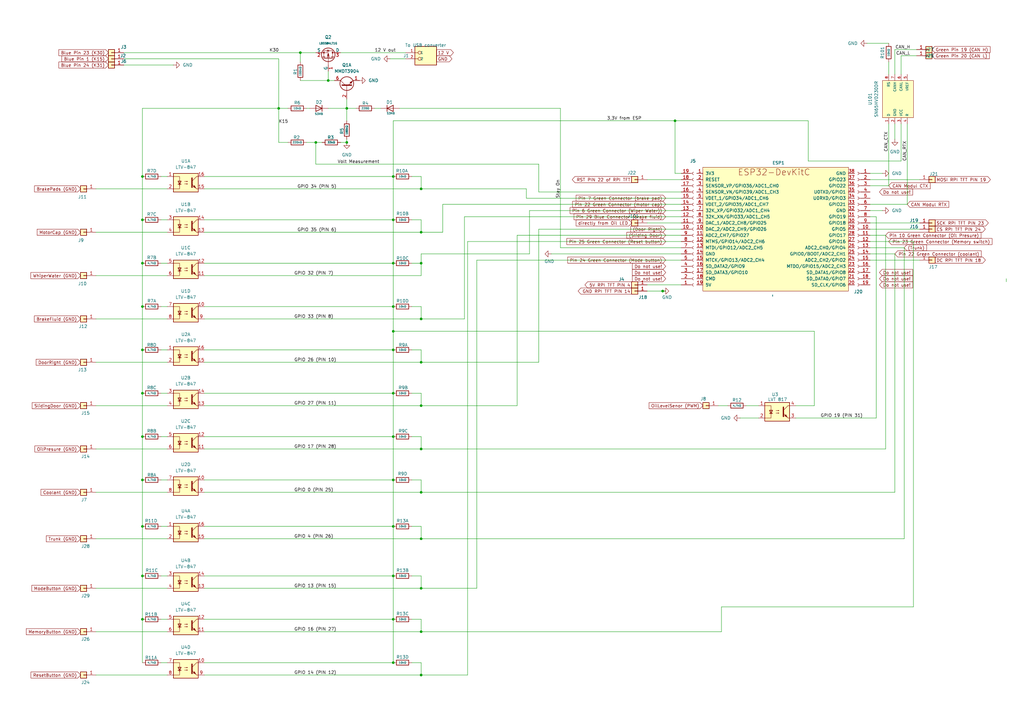
<source format=kicad_sch>
(kicad_sch (version 20231120) (generator "eeschema") (generator_version "8.0")
  (paper "A3")
  (title_block (title "T4_MFA Brakeout Board") (date "30.01.2025") (rev "4") (company "Norbert Schechner") (comment 1 "(c) N. Schechner"))
  (junction (at 172.72 107.95))
  (junction (at 58.42 72.39))
  (junction (at 58.42 236.22))
  (junction (at 161.29 179.07))
  (junction (at 172.72 77.47))
  (junction (at 58.42 254))
  (junction (at 271.78 119.38))
  (junction (at 161.29 72.39))
  (junction (at 161.29 254))
  (junction (at 161.29 135.89))
  (junction (at 161.29 161.29))
  (junction (at 161.29 143.51))
  (junction (at 172.72 276.86))
  (junction (at 161.29 236.22))
  (junction (at 172.72 201.93))
  (junction (at 172.72 184.15))
  (junction (at 58.42 196.85))
  (junction (at 161.29 90.17))
  (junction (at 276.86 49.53))
  (junction (at 172.72 130.81))
  (junction (at 58.42 215.9))
  (junction (at 161.29 271.78))
  (junction (at 172.72 95.25))
  (junction (at 114.3 44.45))
  (junction (at 58.42 143.51))
  (junction (at 123.19 21.59))
  (junction (at 172.72 220.98))
  (junction (at 58.42 161.29))
  (junction (at 134.62 33.02))
  (junction (at 129.54 58.42))
  (junction (at 58.42 125.73))
  (junction (at 172.72 148.59))
  (junction (at 142.24 44.45))
  (junction (at 161.29 107.95))
  (junction (at 58.42 90.17))
  (junction (at 172.72 259.08))
  (junction (at 161.29 196.85))
  (junction (at 142.24 58.42))
  (junction (at 58.42 107.95))
  (junction (at 58.42 179.07))
  (junction (at 161.29 215.9))
  (junction (at 161.29 125.73))
  (junction (at 172.72 241.3))
  (junction (at 172.72 166.37))
  (wire (pts (xy 367.03 201.93) (xy 367.03 104.14)))
  (wire (pts (xy 123.19 21.59) (xy 123.19 25.4)))
  (wire (pts (xy 58.42 125.73) (xy 58.42 143.51)))
  (wire (pts (xy 377.19 73.66) (xy 356.87 73.66)))
  (wire (pts (xy 172.72 104.14) (xy 217.17 104.14)))
  (wire (pts (xy 153.67 44.45) (xy 156.21 44.45)))
  (wire (pts (xy 217.17 104.14) (xy 217.17 86.36)))
  (wire (pts (xy 229.87 101.6) (xy 279.4 101.6)))
  (wire (pts (xy 172.72 143.51) (xy 172.72 148.59)))
  (wire (pts (xy 356.87 71.12) (xy 361.95 71.12)))
  (wire (pts (xy 367.03 50.8) (xy 367.03 57.15)))
  (wire (pts (xy 39.37 184.15) (xy 68.58 184.15)))
  (wire (pts (xy 356.87 99.06) (xy 374.65 99.06)))
  (wire (pts (xy 161.29 49.53) (xy 161.29 72.39)))
  (wire (pts (xy 83.82 113.03) (xy 172.72 113.03)))
  (wire (pts (xy 58.42 72.39) (xy 58.42 90.17)))
  (wire (pts (xy 172.72 196.85) (xy 172.72 201.93)))
  (wire (pts (xy 265.43 116.84) (xy 279.4 116.84)))
  (wire (pts (xy 114.3 44.45) (xy 58.42 44.45)))
  (wire (pts (xy 39.37 95.25) (xy 68.58 95.25)))
  (wire (pts (xy 58.42 107.95) (xy 58.42 125.73)))
  (wire (pts (xy 66.04 72.39) (xy 68.58 72.39)))
  (wire (pts (xy 220.98 67.31) (xy 220.98 78.74)))
  (wire (pts (xy 83.82 184.15) (xy 172.72 184.15)))
  (wire (pts (xy 356.87 83.82) (xy 372.11 83.82)))
  (wire (pts (xy 161.29 135.89) (xy 161.29 125.73)))
  (wire (pts (xy 58.42 90.17) (xy 58.42 107.95)))
  (wire (pts (xy 190.5 88.9) (xy 190.5 130.81)))
  (wire (pts (xy 114.3 44.45) (xy 118.11 44.45)))
  (wire (pts (xy 172.72 215.9) (xy 172.72 220.98)))
  (wire (pts (xy 83.82 236.22) (xy 161.29 236.22)))
  (wire (pts (xy 114.3 24.13) (xy 114.3 44.45)))
  (wire (pts (xy 331.47 66.04) (xy 369.57 66.04)))
  (wire (pts (xy 195.58 241.3) (xy 195.58 106.68)))
  (wire (pts (xy 39.37 276.86) (xy 68.58 276.86)))
  (wire (pts (xy 142.24 44.45) (xy 146.05 44.45)))
  (wire (pts (xy 172.72 184.15) (xy 363.22 184.15)))
  (wire (pts (xy 265.43 91.44) (xy 279.4 91.44)))
  (wire (pts (xy 39.37 113.03) (xy 68.58 113.03)))
  (wire (pts (xy 83.82 77.47) (xy 172.72 77.47)))
  (wire (pts (xy 66.04 125.73) (xy 68.58 125.73)))
  (wire (pts (xy 215.9 81.28) (xy 279.4 81.28)))
  (wire (pts (xy 83.82 179.07) (xy 161.29 179.07)))
  (wire (pts (xy 58.42 143.51) (xy 58.42 161.29)))
  (wire (pts (xy 39.37 130.81) (xy 68.58 130.81)))
  (wire (pts (xy 66.04 90.17) (xy 68.58 90.17)))
  (wire (pts (xy 279.4 93.98) (xy 220.98 93.98)))
  (wire (pts (xy 161.29 215.9) (xy 161.29 196.85)))
  (wire (pts (xy 114.3 58.42) (xy 118.11 58.42)))
  (wire (pts (xy 39.37 77.47) (xy 68.58 77.47)))
  (wire (pts (xy 172.72 259.08) (xy 295.91 259.08)))
  (wire (pts (xy 191.77 99.06) (xy 191.77 276.86)))
  (wire (pts (xy 58.42 215.9) (xy 58.42 236.22)))
  (wire (pts (xy 83.82 220.98) (xy 172.72 220.98)))
  (wire (pts (xy 168.91 236.22) (xy 172.72 236.22)))
  (wire (pts (xy 168.91 179.07) (xy 172.72 179.07)))
  (wire (pts (xy 83.82 259.08) (xy 172.72 259.08)))
  (wire (pts (xy 412.75 115.57) (xy 412.75 114.3)))
  (wire (pts (xy 356.87 86.36) (xy 361.95 86.36)))
  (wire (pts (xy 191.77 99.06) (xy 279.4 99.06)))
  (wire (pts (xy 190.5 88.9) (xy 279.4 88.9)))
  (wire (pts (xy 50.8 26.67) (xy 71.12 26.67)))
  (wire (pts (xy 58.42 196.85) (xy 58.42 215.9)))
  (wire (pts (xy 58.42 254) (xy 58.42 271.78)))
  (wire (pts (xy 83.82 166.37) (xy 172.72 166.37)))
  (wire (pts (xy 39.37 220.98) (xy 68.58 220.98)))
  (wire (pts (xy 331.47 49.53) (xy 331.47 66.04)))
  (wire (pts (xy 142.24 44.45) (xy 142.24 49.53)))
  (wire (pts (xy 134.62 33.02) (xy 137.16 33.02)))
  (wire (pts (xy 311.15 171.45) (xy 303.53 171.45)))
  (wire (pts (xy 66.04 107.95) (xy 68.58 107.95)))
  (wire (pts (xy 161.29 254) (xy 161.29 271.78)))
  (wire (pts (xy 369.57 22.86) (xy 375.92 22.86)))
  (wire (pts (xy 161.29 254) (xy 161.29 236.22)))
  (wire (pts (xy 139.7 58.42) (xy 142.24 58.42)))
  (wire (pts (xy 66.04 179.07) (xy 68.58 179.07)))
  (wire (pts (xy 369.57 30.48) (xy 369.57 22.86)))
  (wire (pts (xy 168.91 125.73) (xy 172.72 125.73)))
  (wire (pts (xy 172.72 130.81) (xy 190.5 130.81)))
  (wire (pts (xy 172.72 179.07) (xy 172.72 184.15)))
  (wire (pts (xy 161.29 143.51) (xy 161.29 135.89)))
  (wire (pts (xy 367.03 30.48) (xy 367.03 20.32)))
  (wire (pts (xy 172.72 220.98) (xy 370.84 220.98)))
  (wire (pts (xy 377.19 93.98) (xy 356.87 93.98)))
  (wire (pts (xy 161.29 236.22) (xy 161.29 215.9)))
  (wire (pts (xy 134.62 29.21) (xy 134.62 33.02)))
  (wire (pts (xy 172.72 276.86) (xy 191.77 276.86)))
  (wire (pts (xy 276.86 49.53) (xy 331.47 49.53)))
  (wire (pts (xy 279.4 83.82) (xy 181.61 83.82)))
  (wire (pts (xy 39.37 241.3) (xy 68.58 241.3)))
  (wire (pts (xy 83.82 276.86) (xy 172.72 276.86)))
  (wire (pts (xy 181.61 95.25) (xy 172.72 95.25)))
  (wire (pts (xy 356.87 96.52) (xy 363.22 96.52)))
  (wire (pts (xy 142.24 57.15) (xy 142.24 58.42)))
  (wire (pts (xy 161.29 161.29) (xy 161.29 143.51)))
  (wire (pts (xy 125.73 44.45) (xy 127 44.45)))
  (wire (pts (xy 161.29 72.39) (xy 83.82 72.39)))
  (wire (pts (xy 161.29 90.17) (xy 161.29 72.39)))
  (wire (pts (xy 377.19 106.68) (xy 356.87 106.68)))
  (wire (pts (xy 367.03 20.32) (xy 375.92 20.32)))
  (wire (pts (xy 83.82 196.85) (xy 161.29 196.85)))
  (wire (pts (xy 161.29 125.73) (xy 161.29 107.95)))
  (wire (pts (xy 295.91 259.08) (xy 295.91 248.92)))
  (wire (pts (xy 83.82 90.17) (xy 161.29 90.17)))
  (wire (pts (xy 212.09 96.52) (xy 212.09 166.37)))
  (wire (pts (xy 83.82 254) (xy 161.29 254)))
  (wire (pts (xy 356.87 101.6) (xy 370.84 101.6)))
  (wire (pts (xy 50.8 24.13) (xy 114.3 24.13)))
  (wire (pts (xy 114.3 44.45) (xy 114.3 58.42)))
  (wire (pts (xy 377.19 91.44) (xy 356.87 91.44)))
  (wire (pts (xy 161.29 179.07) (xy 161.29 161.29)))
  (wire (pts (xy 356.87 104.14) (xy 367.03 104.14)))
  (wire (pts (xy 220.98 93.98) (xy 220.98 148.59)))
  (wire (pts (xy 134.62 44.45) (xy 142.24 44.45)))
  (wire (pts (xy 306.07 166.37) (xy 311.15 166.37)))
  (wire (pts (xy 172.72 77.47) (xy 215.9 77.47)))
  (wire (pts (xy 172.72 161.29) (xy 172.72 166.37)))
  (wire (pts (xy 172.72 113.03) (xy 172.72 107.95)))
  (wire (pts (xy 83.82 215.9) (xy 161.29 215.9)))
  (wire (pts (xy 66.04 271.78) (xy 68.58 271.78)))
  (wire (pts (xy 212.09 96.52) (xy 279.4 96.52)))
  (wire (pts (xy 168.91 196.85) (xy 172.72 196.85)))
  (wire (pts (xy 334.01 135.89) (xy 161.29 135.89)))
  (wire (pts (xy 172.72 72.39) (xy 168.91 72.39)))
  (wire (pts (xy 83.82 125.73) (xy 161.29 125.73)))
  (wire (pts (xy 172.72 201.93) (xy 367.03 201.93)))
  (wire (pts (xy 172.72 107.95) (xy 172.72 104.14)))
  (wire (pts (xy 68.58 259.08) (xy 39.37 259.08)))
  (wire (pts (xy 334.01 166.37) (xy 334.01 135.89)))
  (wire (pts (xy 129.54 58.42) (xy 132.08 58.42)))
  (wire (pts (xy 172.72 95.25) (xy 83.82 95.25)))
  (wire (pts (xy 172.72 254) (xy 172.72 259.08)))
  (wire (pts (xy 83.82 130.81) (xy 172.72 130.81)))
  (wire (pts (xy 83.82 271.78) (xy 161.29 271.78)))
  (wire (pts (xy 83.82 201.93) (xy 172.72 201.93)))
  (wire (pts (xy 168.91 215.9) (xy 172.72 215.9)))
  (wire (pts (xy 163.83 44.45) (xy 229.87 44.45)))
  (wire (pts (xy 374.65 99.06) (xy 374.65 248.92)))
  (wire (pts (xy 217.17 86.36) (xy 279.4 86.36)))
  (wire (pts (xy 66.04 254) (xy 68.58 254)))
  (wire (pts (xy 295.91 248.92) (xy 374.65 248.92)))
  (wire (pts (xy 229.87 44.45) (xy 229.87 101.6)))
  (wire (pts (xy 168.91 107.95) (xy 172.72 107.95)))
  (wire (pts (xy 370.84 220.98) (xy 370.84 101.6)))
  (wire (pts (xy 58.42 161.29) (xy 58.42 179.07)))
  (wire (pts (xy 172.72 77.47) (xy 172.72 72.39)))
  (wire (pts (xy 356.87 76.2) (xy 364.49 76.2)))
  (wire (pts (xy 364.49 30.48) (xy 364.49 25.4)))
  (wire (pts (xy 276.86 49.53) (xy 161.29 49.53)))
  (wire (pts (xy 39.37 148.59) (xy 68.58 148.59)))
  (wire (pts (xy 294.64 166.37) (xy 298.45 166.37)))
  (wire (pts (xy 68.58 166.37) (xy 39.37 166.37)))
  (wire (pts (xy 83.82 148.59) (xy 172.72 148.59)))
  (wire (pts (xy 139.7 21.59) (xy 166.37 21.59)))
  (wire (pts (xy 161.29 196.85) (xy 161.29 179.07)))
  (wire (pts (xy 326.39 166.37) (xy 334.01 166.37)))
  (wire (pts (xy 326.39 171.45) (xy 359.41 171.45)))
  (wire (pts (xy 83.82 161.29) (xy 161.29 161.29)))
  (wire (pts (xy 125.73 58.42) (xy 129.54 58.42)))
  (wire (pts (xy 66.04 196.85) (xy 68.58 196.85)))
  (wire (pts (xy 181.61 83.82) (xy 181.61 95.25)))
  (wire (pts (xy 58.42 179.07) (xy 58.42 196.85)))
  (wire (pts (xy 265.43 119.38) (xy 271.78 119.38)))
  (wire (pts (xy 172.72 236.22) (xy 172.72 241.3)))
  (wire (pts (xy 172.72 241.3) (xy 195.58 241.3)))
  (wire (pts (xy 168.91 254) (xy 172.72 254)))
  (wire (pts (xy 168.91 271.78) (xy 172.72 271.78)))
  (wire (pts (xy 58.42 236.22) (xy 58.42 254)))
  (wire (pts (xy 364.49 50.8) (xy 364.49 76.2)))
  (wire (pts (xy 369.57 66.04) (xy 369.57 50.8)))
  (wire (pts (xy 83.82 143.51) (xy 161.29 143.51)))
  (wire (pts (xy 276.86 49.53) (xy 276.86 71.12)))
  (wire (pts (xy 276.86 71.12) (xy 279.4 71.12)))
  (wire (pts (xy 355.6 17.78) (xy 364.49 17.78)))
  (wire (pts (xy 50.8 21.59) (xy 123.19 21.59)))
  (wire (pts (xy 66.04 215.9) (xy 68.58 215.9)))
  (wire (pts (xy 66.04 161.29) (xy 68.58 161.29)))
  (wire (pts (xy 123.19 33.02) (xy 134.62 33.02)))
  (wire (pts (xy 39.37 201.93) (xy 68.58 201.93)))
  (wire (pts (xy 172.72 271.78) (xy 172.72 276.86)))
  (wire (pts (xy 123.19 21.59) (xy 129.54 21.59)))
  (wire (pts (xy 129.54 58.42) (xy 129.54 67.31)))
  (wire (pts (xy 265.43 73.66) (xy 279.4 73.66)))
  (wire (pts (xy 271.78 119.38) (xy 273.05 119.38)))
  (wire (pts (xy 58.42 44.45) (xy 58.42 72.39)))
  (wire (pts (xy 168.91 161.29) (xy 172.72 161.29)))
  (wire (pts (xy 83.82 241.3) (xy 172.72 241.3)))
  (wire (pts (xy 66.04 143.51) (xy 68.58 143.51)))
  (wire (pts (xy 172.72 95.25) (xy 172.72 90.17)))
  (wire (pts (xy 220.98 78.74) (xy 279.4 78.74)))
  (wire (pts (xy 215.9 77.47) (xy 215.9 81.28)))
  (wire (pts (xy 142.24 40.64) (xy 142.24 44.45)))
  (wire (pts (xy 168.91 143.51) (xy 172.72 143.51)))
  (wire (pts (xy 359.41 88.9) (xy 356.87 88.9)))
  (wire (pts (xy 83.82 107.95) (xy 161.29 107.95)))
  (wire (pts (xy 66.04 236.22) (xy 68.58 236.22)))
  (wire (pts (xy 226.06 104.14) (xy 279.4 104.14)))
  (wire (pts (xy 172.72 166.37) (xy 212.09 166.37)))
  (wire (pts (xy 172.72 125.73) (xy 172.72 130.81)))
  (wire (pts (xy 372.11 50.8) (xy 372.11 83.82)))
  (wire (pts (xy 195.58 106.68) (xy 279.4 106.68)))
  (wire (pts (xy 129.54 67.31) (xy 220.98 67.31)))
  (wire (pts (xy 359.41 171.45) (xy 359.41 88.9)))
  (wire (pts (xy 160.02 24.13) (xy 166.37 24.13)))
  (wire (pts (xy 363.22 184.15) (xy 363.22 96.52)))
  (wire (pts (xy 172.72 90.17) (xy 168.91 90.17)))
  (wire (pts (xy 172.72 148.59) (xy 220.98 148.59)))
  (wire (pts (xy 161.29 107.95) (xy 161.29 90.17)))
  (label "GPIO 0 (PIN 25)" (at 120.65 201.93 0))
  (label "3,3V from ESP" (at 248.92 49.53 0))
  (label "CAN_L" (at 373.38 22.86 180))
  (label "CAN_H" (at 373.38 20.32 180))
  (label "12 V out" (at 153.67 21.59 0))
  (label "GPIO 17 (PIN 28)" (at 120.65 184.15 0))
  (label "Stay On" (at 229.87 81.28 90))
  (label "GPIO 35 (PIN 6)" (at 121.92 95.25 0))
  (label "GPIO 33 (PIN 8)" (at 120.65 130.81 0))
  (label "CAN_CTX" (at 364.49 62.23 90))
  (label "GPIO 4 (PIN 26)" (at 120.65 220.98 0))
  (label "GPIO 26 (PIN 10)" (at 120.65 148.59 0))
  (label "GPIO 16 (PIN 27)" (at 120.65 259.08 0))
  (label "GPIO 32 (PIN 7)" (at 120.65 113.03 0))
  (label "K30" (at 110.49 21.59 0))
  (label "GPIO 14 (PIN 12)" (at 120.65 276.86 0))
  (label "K15" (at 114.3 50.8 0))
  (label "GPIO 27 (PIN 11)" (at 120.65 166.37 0))
  (label "GPIO 19 (PIN 31)" (at 336.55 171.45 0))
  (label "GPIO 13 (PIN 15)" (at 120.65 241.3 0))
  (label "GPIO 34 (PIN 5)" (at 121.92 77.47 0))
  (label "Volt Measurement" (at 138.43 67.31 0))
  (label "CAN_RTX" (at 372.11 66.04 90))
  (global_label "(Sliding Door)" (shape input) (at 273.05 96.52 180) (property "Intersheetrefs" "${INTERSHEET_REFS}" (effects (hide yes))))
  (global_label "(Trunk)" (shape input) (at 370.84 101.6 0) (property "Intersheetrefs" "${INTERSHEET_REFS}" (effects (hide yes))))
  (global_label "Pin 23 Green Connector (Memory switch)" (shape input) (at 364.49 99.06 0) (property "Intersheetrefs" "${INTERSHEET_REFS}" (effects (hide yes))))
  (global_label "BrakeFluid (GND)" (shape input) (at 33.02 130.81 180) (property "Intersheetrefs" "${INTERSHEET_REFS}" (effects (hide yes))))
  (global_label "WhiperWater (GND)" (shape input) (at 33.02 113.03 180) (property "Intersheetrefs" "${INTERSHEET_REFS}" (effects (hide yes))))
  (global_label "Do not use!" (shape input) (at 273.05 114.3 180) (property "Intersheetrefs" "${INTERSHEET_REFS}" (effects (hide yes))))
  (global_label "SCK RPI TFT PIN 23" (shape output) (at 383.54 91.44 0) (property "Intersheetrefs" "${INTERSHEET_REFS}" (effects (hide yes))))
  (global_label "GND RPI TFT PIN 14" (shape output) (at 259.08 119.38 180) (property "Intersheetrefs" "${INTERSHEET_REFS}" (effects (hide yes))))
  (global_label "ResetButton (GND)" (shape input) (at 33.02 276.86 180) (property "Intersheetrefs" "${INTERSHEET_REFS}" (effects (hide yes))))
  (global_label "CAN Modul CTX" (shape input) (at 364.49 76.2 0) (property "Intersheetrefs" "${INTERSHEET_REFS}" (effects (hide yes))))
  (global_label "Pin 29 Blue Connector (brake fluid)" (shape input) (at 273.05 88.9 180) (property "Intersheetrefs" "${INTERSHEET_REFS}" (effects (hide yes))))
  (global_label "ModeButton (GND)" (shape input) (at 33.02 241.3 180) (property "Intersheetrefs" "${INTERSHEET_REFS}" (effects (hide yes))))
  (global_label "MOSI RPI TFT PIN 19" (shape output) (at 383.54 73.66 0) (property "Intersheetrefs" "${INTERSHEET_REFS}" (effects (hide yes))))
  (global_label "Green Pin 19 (CAN H)" (shape input) (at 382.27 20.32 0) (property "Intersheetrefs" "${INTERSHEET_REFS}" (effects (hide yes))))
  (global_label "Green Pin 20 (CAN L)" (shape input) (at 382.27 22.86 0) (property "Intersheetrefs" "${INTERSHEET_REFS}" (effects (hide yes))))
  (global_label "CS RPI TFT PIN 24" (shape output) (at 383.54 93.98 0) (property "Intersheetrefs" "${INTERSHEET_REFS}" (effects (hide yes))))
  (global_label "Do not use!" (shape input) (at 273.05 111.76 180) (property "Intersheetrefs" "${INTERSHEET_REFS}" (effects (hide yes))))
  (global_label "Trunk (GND)" (shape input) (at 33.02 220.98 180) (property "Intersheetrefs" "${INTERSHEET_REFS}" (effects (hide yes))))
  (global_label "Do not use!" (shape input) (at 273.05 109.22 180) (property "Intersheetrefs" "${INTERSHEET_REFS}" (effects (hide yes))))
  (global_label "Coolant (GND)" (shape input) (at 33.02 201.93 180) (property "Intersheetrefs" "${INTERSHEET_REFS}" (effects (hide yes))))
  (global_label "directly from Oil LED" (shape input) (at 259.08 91.44 180) (property "Intersheetrefs" "${INTERSHEET_REFS}" (effects (hide yes))))
  (global_label "BrakePads (GND)" (shape input) (at 33.02 77.47 180) (property "Intersheetrefs" "${INTERSHEET_REFS}" (effects (hide yes))))
  (global_label "MotorCap (GND)" (shape input) (at 33.02 95.25 180) (property "Intersheetrefs" "${INTERSHEET_REFS}" (effects (hide yes))))
  (global_label "Pin 7 Green Connector (brake pad)" (shape input) (at 273.05 81.28 180) (property "Intersheetrefs" "${INTERSHEET_REFS}" (effects (hide yes))))
  (global_label "Pin 10 Green Connector (Oil Presure)" (shape input) (at 363.22 96.52 0) (property "Intersheetrefs" "${INTERSHEET_REFS}" (effects (hide yes))))
  (global_label "Pin 22 Green Connector (motor cap)" (shape input) (at 273.05 83.82 180) (property "Intersheetrefs" "${INTERSHEET_REFS}" (effects (hide yes))))
  (global_label "Pin 24 Green Connector (Mode button)" (shape input) (at 273.05 106.68 180) (property "Intersheetrefs" "${INTERSHEET_REFS}" (effects (hide yes))))
  (global_label "Do not use!" (shape input) (at 360.68 78.74 0) (property "Intersheetrefs" "${INTERSHEET_REFS}" (effects (hide yes))))
  (global_label "5V RPI TFT PIN 4" (shape output) (at 259.08 116.84 180) (property "Intersheetrefs" "${INTERSHEET_REFS}" (effects (hide yes))))
  (global_label "Pin 22 Green Connector (coolant)" (shape input) (at 367.03 104.14 0) (property "Intersheetrefs" "${INTERSHEET_REFS}" (effects (hide yes))))
  (global_label "Do not use!" (shape input) (at 360.68 116.84 0) (property "Intersheetrefs" "${INTERSHEET_REFS}" (effects (hide yes))))
  (global_label "(Door Right)" (shape input) (at 273.05 93.98 180) (property "Intersheetrefs" "${INTERSHEET_REFS}" (effects (hide yes))))
  (global_label "Do not use!" (shape input) (at 360.68 114.3 0) (property "Intersheetrefs" "${INTERSHEET_REFS}" (effects (hide yes))))
  (global_label "OilPresure (GND)" (shape input) (at 33.02 184.15 180) (property "Intersheetrefs" "${INTERSHEET_REFS}" (effects (hide yes))))
  (global_label "DoorRight (GND)" (shape input) (at 33.02 148.59 180) (property "Intersheetrefs" "${INTERSHEET_REFS}" (effects (hide yes))))
  (global_label "Blue Pin 1 (K15)" (shape input) (at 44.45 24.13 180) (property "Intersheetrefs" "${INTERSHEET_REFS}" (effects (hide yes))))
  (global_label "Pin 25 Green Connector (Reset button)" (shape input) (at 273.05 99.06 180) (property "Intersheetrefs" "${INTERSHEET_REFS}" (effects (hide yes))))
  (global_label "Do not use!" (shape input) (at 360.68 111.76 0) (property "Intersheetrefs" "${INTERSHEET_REFS}" (effects (hide yes))))
  (global_label "12 V" (shape output) (at 179.07 21.59 0) (property "Intersheetrefs" "${INTERSHEET_REFS}" (effects (hide yes))))
  (global_label "MemoryButton (GND)" (shape input) (at 33.02 259.08 180) (property "Intersheetrefs" "${INTERSHEET_REFS}" (effects (hide yes))))
  (global_label "CAN Modul RTX" (shape input) (at 372.11 83.82 0) (property "Intersheetrefs" "${INTERSHEET_REFS}" (effects (hide yes))))
  (global_label "OilLevelSenor (PWM)" (shape input) (at 288.29 166.37 180) (property "Intersheetrefs" "${INTERSHEET_REFS}" (effects (hide yes))))
  (global_label "RST PIN 22 of RPI TFT" (shape output) (at 259.08 73.66 180) (property "Intersheetrefs" "${INTERSHEET_REFS}" (effects (hide yes))))
  (global_label "DC RPI TFT PIN 18" (shape output) (at 383.54 106.68 0) (property "Intersheetrefs" "${INTERSHEET_REFS}" (effects (hide yes))))
  (global_label "GND" (shape output) (at 179.07 24.13 0) (property "Intersheetrefs" "${INTERSHEET_REFS}" (effects (hide yes))))
  (global_label "SlidingDoor (GND)" (shape input) (at 33.02 166.37 180) (property "Intersheetrefs" "${INTERSHEET_REFS}" (effects (hide yes))))
  (global_label "Pin 6 Green Connector (Wiper Water))" (shape input) (at 273.05 86.36 180) (property "Intersheetrefs" "${INTERSHEET_REFS}" (effects (hide yes))))
  (global_label "Blue Pin 24 (K31)" (shape input) (at 44.45 26.67 180) (property "Intersheetrefs" "${INTERSHEET_REFS}" (effects (hide yes))))
  (global_label "Blue Pin 23 (K30)" (shape input) (at 44.45 21.59 180) (property "Intersheetrefs" "${INTERSHEET_REFS}" (effects (hide yes))))
  (symbol (lib_id "Isolator:LTV-847") (at 76.2 218.44 0) (unit 1)
    (property "Reference" "U4" (at 76.2 209.55 0))
    (property "Value" "LTV-847" (at 76.2 212.09 0))
    (property "Footprint" "Package_DIP:DIP-16_W7.62mm" (effects (hide yes)))
    (property "Datasheet" "http://optoelectronics.liteon.com/upload/download/DS-70-96-0016/LTV-8X7%20series.PDF" (effects (hide yes)))
    (property "Description" "Quad DC Optocoupler, Vce 35V, CTR 50%, DIP-16" (effects (hide yes)))
  )
  (symbol (lib_id "PCM_JLCPCB-Resistors:0603x4,4.7kΩ") (at 62.23 107.95 90) (unit 2)
    (property "Reference" "R7" (at 62.23 105.664 90))
    (property "Value" "4.7kΩ" (at 62.23 107.95 90) (effects (font (size 0.8 0.8))))
    (property "Footprint" "PCM_JLCPCB:R_0603x4" (effects (hide yes)))
    (property "Datasheet" "https://www.lcsc.com/datasheet/lcsc_datasheet_2304140030_UNI-ROYAL-Uniroyal-Elec-4D03WGJ0472T5E_C1980.pdf" (effects (hide yes)))
    (property "Description" "4 ±5% 4.7kΩ 62.5mW ±200ppm/°C 0603x4 Resistor Networks, Arrays ROHS" (effects (hide yes)))
    (property "LCSC" "C1980" (effects (hide yes)))
    (property "Stock" "122186" (effects (hide yes)))
    (property "Price" "0.019USD" (effects (hide yes)))
    (property "Process" "SMT" (effects (hide yes)))
    (property "Minimum Qty" "1" (effects (hide yes)))
    (property "Attrition Qty" "0" (effects (hide yes)))
    (property "Class" "Basic Component" (effects (hide yes)))
    (property "Category" "Resistors,Resistor Networks & Arrays" (effects (hide yes)))
    (property "Manufacturer" "UNI-ROYAL(Uniroyal Elec)" (effects (hide yes)))
    (property "Part" "4D03WGJ0472T5E" (effects (hide yes)))
    (property "Resistance" "4.7kΩ" (effects (hide yes)))
    (property "Power(Watts)" "62.5mW" (effects (hide yes)))
    (property "Number of Resistors" "4" (effects (hide yes)))
    (property "Number of Pins" "8" (effects (hide yes)))
    (property "Tolerance" "±5%" (effects (hide yes)))
    (property "Temperature Coefficient" "±200ppm/°C" (effects (hide yes)))
  )
  (symbol (lib_id "PCM_JLCPCB-Resistors:0603x4,10kΩ") (at 165.1 254 90) (unit 3)
    (property "Reference" "R13" (at 165.1 251.714 90))
    (property "Value" "10kΩ" (at 165.1 254 90) (effects (font (size 0.8 0.8))))
    (property "Footprint" "PCM_JLCPCB:R_0603x4" (effects (hide yes)))
    (property "Datasheet" "https://www.lcsc.com/datasheet/lcsc_datasheet_2304140030_UNI-ROYAL-Uniroyal-Elec-4D03WGJ0103T5E_C29718.pdf" (effects (hide yes)))
    (property "Description" "4 ±5% 10kΩ 62.5mW ±200ppm/°C 0603x4 Resistor Networks, Arrays ROHS" (effects (hide yes)))
    (property "LCSC" "C29718" (effects (hide yes)))
    (property "Stock" "767192" (effects (hide yes)))
    (property "Price" "0.019USD" (effects (hide yes)))
    (property "Process" "SMT" (effects (hide yes)))
    (property "Minimum Qty" "1" (effects (hide yes)))
    (property "Attrition Qty" "0" (effects (hide yes)))
    (property "Class" "Basic Component" (effects (hide yes)))
    (property "Category" "Resistors,Resistor Networks & Arrays" (effects (hide yes)))
    (property "Manufacturer" "UNI-ROYAL(Uniroyal Elec)" (effects (hide yes)))
    (property "Part" "4D03WGJ0103T5E" (effects (hide yes)))
    (property "Resistance" "10kΩ" (effects (hide yes)))
    (property "Power(Watts)" "62.5mW" (effects (hide yes)))
    (property "Number of Resistors" "4" (effects (hide yes)))
    (property "Number of Pins" "8" (effects (hide yes)))
    (property "Tolerance" "±5%" (effects (hide yes)))
    (property "Temperature Coefficient" "±200ppm/°C" (effects (hide yes)))
  )
  (symbol (lib_id "Isolator:LTV-847") (at 76.2 163.83 0) (unit 2)
    (property "Reference" "U2" (at 76.2 154.94 0))
    (property "Value" "LTV-847" (at 76.2 157.48 0))
    (property "Footprint" "Package_DIP:DIP-16_W7.62mm" (effects (hide yes)))
    (property "Datasheet" "http://optoelectronics.liteon.com/upload/download/DS-70-96-0016/LTV-8X7%20series.PDF" (effects (hide yes)))
    (property "Description" "Quad DC Optocoupler, Vce 35V, CTR 50%, DIP-16" (effects (hide yes)))
  )
  (symbol (lib_id "PCM_JLCPCB-Resistors:0603x4,4.7kΩ") (at 62.23 143.51 90) (unit 4)
    (property "Reference" "R8" (at 62.23 141.478 90))
    (property "Value" "4.7kΩ" (at 62.23 143.51 90) (effects (font (size 0.8 0.8))))
    (property "Footprint" "PCM_JLCPCB:R_0603x4" (effects (hide yes)))
    (property "Datasheet" "https://www.lcsc.com/datasheet/lcsc_datasheet_2304140030_UNI-ROYAL-Uniroyal-Elec-4D03WGJ0472T5E_C1980.pdf" (effects (hide yes)))
    (property "Description" "4 ±5% 4.7kΩ 62.5mW ±200ppm/°C 0603x4 Resistor Networks, Arrays ROHS" (effects (hide yes)))
    (property "LCSC" "C1980" (effects (hide yes)))
    (property "Stock" "122186" (effects (hide yes)))
    (property "Price" "0.019USD" (effects (hide yes)))
    (property "Process" "SMT" (effects (hide yes)))
    (property "Minimum Qty" "1" (effects (hide yes)))
    (property "Attrition Qty" "0" (effects (hide yes)))
    (property "Class" "Basic Component" (effects (hide yes)))
    (property "Category" "Resistors,Resistor Networks & Arrays" (effects (hide yes)))
    (property "Manufacturer" "UNI-ROYAL(Uniroyal Elec)" (effects (hide yes)))
    (property "Part" "4D03WGJ0472T5E" (effects (hide yes)))
    (property "Resistance" "4.7kΩ" (effects (hide yes)))
    (property "Power(Watts)" "62.5mW" (effects (hide yes)))
    (property "Number of Resistors" "4" (effects (hide yes)))
    (property "Number of Pins" "8" (effects (hide yes)))
    (property "Tolerance" "±5%" (effects (hide yes)))
    (property "Temperature Coefficient" "±200ppm/°C" (effects (hide yes)))
  )
  (symbol (lib_id "PCM_JLCPCB-Resistors:0603,100kΩ") (at 142.24 53.34 180) (unit 1)
    (property "Reference" "R5" (at 140.208 55.118 90) (effects (justify right)))
    (property "Value" "100kΩ" (at 142.24 53.34 90) (effects (font (size 0.8 0.8))))
    (property "Footprint" "PCM_JLCPCB:R_0603" (effects (hide yes)))
    (property "Datasheet" "https://www.lcsc.com/datasheet/lcsc_datasheet_2206010045_UNI-ROYAL-Uniroyal-Elec-0603WAF1003T5E_C25803.pdf" (effects (hide yes)))
    (property "Description" "100mW Thick Film Resistors 75V ±100ppm/°C ±1% 100kΩ 0603 Chip Resistor - Surface Mount ROHS" (effects (hide yes)))
    (property "LCSC" "C25803" (effects (hide yes)))
    (property "Stock" "5414558" (effects (hide yes)))
    (property "Price" "0.004USD" (effects (hide yes)))
    (property "Process" "SMT" (effects (hide yes)))
    (property "Minimum Qty" "20" (effects (hide yes)))
    (property "Attrition Qty" "10" (effects (hide yes)))
    (property "Class" "Basic Component" (effects (hide yes)))
    (property "Category" "Resistors,Chip Resistor - Surface Mount" (effects (hide yes)))
    (property "Manufacturer" "UNI-ROYAL(Uniroyal Elec)" (effects (hide yes)))
    (property "Part" "0603WAF1003T5E" (effects (hide yes)))
    (property "Resistance" "100kΩ" (effects (hide yes)))
    (property "Power(Watts)" "100mW" (effects (hide yes)))
    (property "Type" "Thick Film Resistors" (effects (hide yes)))
    (property "Overload Voltage (Max)" "75V" (effects (hide yes)))
    (property "Operating Temperature Range" "-55°C~+155°C" (effects (hide yes)))
    (property "Tolerance" "±1%" (effects (hide yes)))
    (property "Temperature Coefficient" "±100ppm/°C" (effects (hide yes)))
  )
  (symbol (lib_id "PCM_JLCPCB-Resistors:0603x4,4.7kΩ") (at 62.23 254 90) (unit 2)
    (property "Reference" "R11" (at 61.976 251.968 90))
    (property "Value" "4.7kΩ" (at 62.23 254 90) (effects (font (size 0.8 0.8))))
    (property "Footprint" "PCM_JLCPCB:R_0603x4" (effects (hide yes)))
    (property "Datasheet" "https://www.lcsc.com/datasheet/lcsc_datasheet_2304140030_UNI-ROYAL-Uniroyal-Elec-4D03WGJ0472T5E_C1980.pdf" (effects (hide yes)))
    (property "Description" "4 ±5% 4.7kΩ 62.5mW ±200ppm/°C 0603x4 Resistor Networks, Arrays ROHS" (effects (hide yes)))
    (property "LCSC" "C1980" (effects (hide yes)))
    (property "Stock" "122186" (effects (hide yes)))
    (property "Price" "0.019USD" (effects (hide yes)))
    (property "Process" "SMT" (effects (hide yes)))
    (property "Minimum Qty" "1" (effects (hide yes)))
    (property "Attrition Qty" "0" (effects (hide yes)))
    (property "Class" "Basic Component" (effects (hide yes)))
    (property "Category" "Resistors,Resistor Networks & Arrays" (effects (hide yes)))
    (property "Manufacturer" "UNI-ROYAL(Uniroyal Elec)" (effects (hide yes)))
    (property "Part" "4D03WGJ0472T5E" (effects (hide yes)))
    (property "Resistance" "4.7kΩ" (effects (hide yes)))
    (property "Power(Watts)" "62.5mW" (effects (hide yes)))
    (property "Number of Resistors" "4" (effects (hide yes)))
    (property "Number of Pins" "8" (effects (hide yes)))
    (property "Tolerance" "±5%" (effects (hide yes)))
    (property "Temperature Coefficient" "±200ppm/°C" (effects (hide yes)))
  )
  (symbol (lib_id "PCM_JLCPCB-Resistors:0603,220Ω") (at 149.86 44.45 90) (unit 1)
    (property "Reference" "R4" (at 149.86 42.418 90))
    (property "Value" "220Ω" (at 149.86 44.45 90) (effects (font (size 0.8 0.8))))
    (property "Footprint" "PCM_JLCPCB:R_0603" (effects (hide yes)))
    (property "Datasheet" "https://www.lcsc.com/datasheet/lcsc_datasheet_2206010130_UNI-ROYAL-Uniroyal-Elec-0603WAF2200T5E_C22962.pdf" (effects (hide yes)))
    (property "Description" "100mW Thick Film Resistors 75V ±100ppm/°C ±1% 220Ω 0603 Chip Resistor - Surface Mount ROHS" (effects (hide yes)))
    (property "LCSC" "C22962" (effects (hide yes)))
    (property "Stock" "2111143" (effects (hide yes)))
    (property "Price" "0.004USD" (effects (hide yes)))
    (property "Process" "SMT" (effects (hide yes)))
    (property "Minimum Qty" "20" (effects (hide yes)))
    (property "Attrition Qty" "10" (effects (hide yes)))
    (property "Class" "Basic Component" (effects (hide yes)))
    (property "Category" "Resistors,Chip Resistor - Surface Mount" (effects (hide yes)))
    (property "Manufacturer" "UNI-ROYAL(Uniroyal Elec)" (effects (hide yes)))
    (property "Part" "0603WAF2200T5E" (effects (hide yes)))
    (property "Resistance" "220Ω" (effects (hide yes)))
    (property "Power(Watts)" "100mW" (effects (hide yes)))
    (property "Type" "Thick Film Resistors" (effects (hide yes)))
    (property "Overload Voltage (Max)" "75V" (effects (hide yes)))
    (property "Operating Temperature Range" "-55°C~+155°C" (effects (hide yes)))
    (property "Tolerance" "±1%" (effects (hide yes)))
    (property "Temperature Coefficient" "±100ppm/°C" (effects (hide yes)))
  )
  (symbol (lib_id "Connector_Generic:Conn_01x01") (at 34.29 184.15 180) (unit 1)
    (property "Reference" "J14" (at 33.274 187.198 0) (effects (justify right)))
    (property "Value" "OilPresure" (effects (hide yes)))
    (property "Footprint" "Connector_Wire:SolderWire-0.5sqmm_1x01_D0.9mm_OD2.1mm" (effects (hide yes)))
    (property "Description" "Generic connector, single row, 01x01, script generated (kicad-library-utils/schlib/autogen/connector/)" (effects (hide yes)))
  )
  (symbol (lib_id "power:GND") (at 147.32 33.02 90) (unit 1)
    (property "Reference" "#PWR02" (effects (hide yes)))
    (property "Value" "GND" (at 151.13 33.0199 90) (effects (justify right)))
    (property "Description" "Power symbol creates a global label with name \"GND\" , ground" (effects (hide yes)))
  )
  (symbol (lib_id "PCM_JLCPCB-Resistors:0603x4,10kΩ") (at 165.1 143.51 90) (unit 1)
    (property "Reference" "R9" (at 165.354 141.478 90))
    (property "Value" "10kΩ" (at 165.1 143.51 90) (effects (font (size 0.8 0.8))))
    (property "Footprint" "PCM_JLCPCB:R_0603x4" (effects (hide yes)))
    (property "Datasheet" "https://www.lcsc.com/datasheet/lcsc_datasheet_2304140030_UNI-ROYAL-Uniroyal-Elec-4D03WGJ0103T5E_C29718.pdf" (effects (hide yes)))
    (property "Description" "4 ±5% 10kΩ 62.5mW ±200ppm/°C 0603x4 Resistor Networks, Arrays ROHS" (effects (hide yes)))
    (property "LCSC" "C29718" (effects (hide yes)))
    (property "Stock" "767192" (effects (hide yes)))
    (property "Price" "0.019USD" (effects (hide yes)))
    (property "Process" "SMT" (effects (hide yes)))
    (property "Minimum Qty" "1" (effects (hide yes)))
    (property "Attrition Qty" "0" (effects (hide yes)))
    (property "Class" "Basic Component" (effects (hide yes)))
    (property "Category" "Resistors,Resistor Networks & Arrays" (effects (hide yes)))
    (property "Manufacturer" "UNI-ROYAL(Uniroyal Elec)" (effects (hide yes)))
    (property "Part" "4D03WGJ0103T5E" (effects (hide yes)))
    (property "Resistance" "10kΩ" (effects (hide yes)))
    (property "Power(Watts)" "62.5mW" (effects (hide yes)))
    (property "Number of Resistors" "4" (effects (hide yes)))
    (property "Number of Pins" "8" (effects (hide yes)))
    (property "Tolerance" "±5%" (effects (hide yes)))
    (property "Temperature Coefficient" "±200ppm/°C" (effects (hide yes)))
  )
  (symbol (lib_id "Connector_Generic:Conn_01x01") (at 289.56 166.37 180) (unit 1)
    (property "Reference" "J8" (at 287.274 163.576 0) (effects (justify right)))
    (property "Value" "oilSensor" (effects (hide yes)))
    (property "Footprint" "Connector_Wire:SolderWire-0.5sqmm_1x01_D0.9mm_OD2.1mm" (effects (hide yes)))
    (property "Description" "Generic connector, single row, 01x01, script generated (kicad-library-utils/schlib/autogen/connector/)" (effects (hide yes)))
  )
  (symbol (lib_id "Isolator:LTV-817") (at 318.77 168.91 0) (unit 1)
    (property "Reference" "U3" (at 316.484 161.798 0) (effects (justify left)))
    (property "Value" "LVT 817" (at 314.96 163.83 0) (effects (justify left)))
    (property "Footprint" "Package_DIP:DIP-4_W7.62mm" (effects (hide yes)))
    (property "Datasheet" "http://www.us.liteon.com/downloads/LTV-817-827-847.PDF" (effects (hide yes)))
    (property "Description" "DC Optocoupler, Vce 35V, CTR 50%, DIP-4" (effects (hide yes)))
  )
  (symbol (lib_id "Connector_Generic:Conn_01x01") (at 34.29 95.25 180) (unit 1)
    (property "Reference" "J9" (at 32.004 98.552 0) (effects (justify right)))
    (property "Value" "MotorCap" (effects (hide yes)))
    (property "Footprint" "Connector_Wire:SolderWire-0.5sqmm_1x01_D0.9mm_OD2.1mm" (effects (hide yes)))
    (property "Description" "Generic connector, single row, 01x01, script generated (kicad-library-utils/schlib/autogen/connector/)" (effects (hide yes)))
  )
  (symbol (lib_id "power:GND") (at 142.24 58.42 0) (unit 1)
    (property "Reference" "#PWR03" (effects (hide yes)))
    (property "Value" "GND" (at 142.24 63.5 0))
    (property "Description" "Power symbol creates a global label with name \"GND\" , ground" (effects (hide yes)))
  )
  (symbol (lib_id "PCM_JLCPCB-Resistors:0603x4,4.7kΩ") (at 62.23 215.9 90) (unit 4)
    (property "Reference" "R11" (at 61.976 213.614 90))
    (property "Value" "4.7kΩ" (at 62.23 215.9 90) (effects (font (size 0.8 0.8))))
    (property "Footprint" "PCM_JLCPCB:R_0603x4" (effects (hide yes)))
    (property "Datasheet" "https://www.lcsc.com/datasheet/lcsc_datasheet_2304140030_UNI-ROYAL-Uniroyal-Elec-4D03WGJ0472T5E_C1980.pdf" (effects (hide yes)))
    (property "Description" "4 ±5% 4.7kΩ 62.5mW ±200ppm/°C 0603x4 Resistor Networks, Arrays ROHS" (effects (hide yes)))
    (property "LCSC" "C1980" (effects (hide yes)))
    (property "Stock" "122186" (effects (hide yes)))
    (property "Price" "0.019USD" (effects (hide yes)))
    (property "Process" "SMT" (effects (hide yes)))
    (property "Minimum Qty" "1" (effects (hide yes)))
    (property "Attrition Qty" "0" (effects (hide yes)))
    (property "Class" "Basic Component" (effects (hide yes)))
    (property "Category" "Resistors,Resistor Networks & Arrays" (effects (hide yes)))
    (property "Manufacturer" "UNI-ROYAL(Uniroyal Elec)" (effects (hide yes)))
    (property "Part" "4D03WGJ0472T5E" (effects (hide yes)))
    (property "Resistance" "4.7kΩ" (effects (hide yes)))
    (property "Power(Watts)" "62.5mW" (effects (hide yes)))
    (property "Number of Resistors" "4" (effects (hide yes)))
    (property "Number of Pins" "8" (effects (hide yes)))
    (property "Tolerance" "±5%" (effects (hide yes)))
    (property "Temperature Coefficient" "±200ppm/°C" (effects (hide yes)))
  )
  (symbol (lib_id "PCM_JLCPCB-Resistors:0603x4,10kΩ") (at 165.1 196.85 90) (unit 4)
    (property "Reference" "R9" (at 165.1 194.31 90))
    (property "Value" "10kΩ" (at 165.1 196.85 90) (effects (font (size 0.8 0.8))))
    (property "Footprint" "PCM_JLCPCB:R_0603x4" (effects (hide yes)))
    (property "Datasheet" "https://www.lcsc.com/datasheet/lcsc_datasheet_2304140030_UNI-ROYAL-Uniroyal-Elec-4D03WGJ0103T5E_C29718.pdf" (effects (hide yes)))
    (property "Description" "4 ±5% 10kΩ 62.5mW ±200ppm/°C 0603x4 Resistor Networks, Arrays ROHS" (effects (hide yes)))
    (property "LCSC" "C29718" (effects (hide yes)))
    (property "Stock" "767192" (effects (hide yes)))
    (property "Price" "0.019USD" (effects (hide yes)))
    (property "Process" "SMT" (effects (hide yes)))
    (property "Minimum Qty" "1" (effects (hide yes)))
    (property "Attrition Qty" "0" (effects (hide yes)))
    (property "Class" "Basic Component" (effects (hide yes)))
    (property "Category" "Resistors,Resistor Networks & Arrays" (effects (hide yes)))
    (property "Manufacturer" "UNI-ROYAL(Uniroyal Elec)" (effects (hide yes)))
    (property "Part" "4D03WGJ0103T5E" (effects (hide yes)))
    (property "Resistance" "10kΩ" (effects (hide yes)))
    (property "Power(Watts)" "62.5mW" (effects (hide yes)))
    (property "Number of Resistors" "4" (effects (hide yes)))
    (property "Number of Pins" "8" (effects (hide yes)))
    (property "Tolerance" "±5%" (effects (hide yes)))
    (property "Temperature Coefficient" "±200ppm/°C" (effects (hide yes)))
  )
  (symbol (lib_id "power:GND") (at 160.02 24.13 270) (unit 1)
    (property "Reference" "#PWR01" (effects (hide yes)))
    (property "Value" "GND" (at 156.21 24.1299 90) (effects (justify right)))
    (property "Description" "Power symbol creates a global label with name \"GND\" , ground" (effects (hide yes)))
  )
  (symbol (lib_id "Connector_Generic:Conn_01x01") (at 34.29 77.47 180) (unit 1)
    (property "Reference" "J11" (at 32.004 80.772 0) (effects (justify right)))
    (property "Value" "BrakePads" (effects (hide yes)))
    (property "Footprint" "Connector_Wire:SolderWire-0.5sqmm_1x01_D0.9mm_OD2.1mm" (effects (hide yes)))
    (property "Description" "Generic connector, single row, 01x01, script generated (kicad-library-utils/schlib/autogen/connector/)" (effects (hide yes)))
  )
  (symbol (lib_id "power:GND") (at 71.12 26.67 90) (unit 1)
    (property "Reference" "#PWR04" (effects (hide yes)))
    (property "Value" "GND" (at 74.93 26.6699 90) (effects (justify right)))
    (property "Description" "Power symbol creates a global label with name \"GND\" , ground" (effects (hide yes)))
  )
  (symbol (lib_id "Connector:Conn_01x19_Socket") (at 351.79 93.98 0) (mirror y) (unit 1)
    (property "Reference" "J20" (at 352.044 119.634 0))
    (property "Value" "Conn_01x19_Socket" (effects (hide yes)))
    (property "Footprint" "Connector_PinSocket_2.54mm:PinSocket_1x19_P2.54mm_Vertical" (effects (hide yes)))
    (property "Description" "Generic connector, single row, 01x19, script generated" (effects (hide yes)))
  )
  (symbol (lib_id "Isolator:LTV-847") (at 76.2 128.27 0) (unit 4)
    (property "Reference" "U1" (at 76.2 119.38 0))
    (property "Value" "LTV-847" (at 76.2 121.92 0))
    (property "Footprint" "Package_DIP:DIP-16_W7.62mm" (effects (hide yes)))
    (property "Datasheet" "http://optoelectronics.liteon.com/upload/download/DS-70-96-0016/LTV-8X7%20series.PDF" (effects (hide yes)))
    (property "Description" "Quad DC Optocoupler, Vce 35V, CTR 50%, DIP-16" (effects (hide yes)))
  )
  (symbol (lib_id "PCM_JLCPCB-Resistors:0603x4,10kΩ") (at 165.1 179.07 90) (unit 3)
    (property "Reference" "R9" (at 165.354 176.784 90))
    (property "Value" "10kΩ" (at 165.1 179.07 90) (effects (font (size 0.8 0.8))))
    (property "Footprint" "PCM_JLCPCB:R_0603x4" (effects (hide yes)))
    (property "Datasheet" "https://www.lcsc.com/datasheet/lcsc_datasheet_2304140030_UNI-ROYAL-Uniroyal-Elec-4D03WGJ0103T5E_C29718.pdf" (effects (hide yes)))
    (property "Description" "4 ±5% 10kΩ 62.5mW ±200ppm/°C 0603x4 Resistor Networks, Arrays ROHS" (effects (hide yes)))
    (property "LCSC" "C29718" (effects (hide yes)))
    (property "Stock" "767192" (effects (hide yes)))
    (property "Price" "0.019USD" (effects (hide yes)))
    (property "Process" "SMT" (effects (hide yes)))
    (property "Minimum Qty" "1" (effects (hide yes)))
    (property "Attrition Qty" "0" (effects (hide yes)))
    (property "Class" "Basic Component" (effects (hide yes)))
    (property "Category" "Resistors,Resistor Networks & Arrays" (effects (hide yes)))
    (property "Manufacturer" "UNI-ROYAL(Uniroyal Elec)" (effects (hide yes)))
    (property "Part" "4D03WGJ0103T5E" (effects (hide yes)))
    (property "Resistance" "10kΩ" (effects (hide yes)))
    (property "Power(Watts)" "62.5mW" (effects (hide yes)))
    (property "Number of Resistors" "4" (effects (hide yes)))
    (property "Number of Pins" "8" (effects (hide yes)))
    (property "Tolerance" "±5%" (effects (hide yes)))
    (property "Temperature Coefficient" "±200ppm/°C" (effects (hide yes)))
  )
  (symbol (lib_id "power:GND") (at 355.6 17.78 270) (unit 1)
    (property "Reference" "#PWR0103" (effects (hide yes)))
    (property "Value" "GND" (at 351.79 17.7799 90) (effects (justify right)))
    (property "Description" "Power symbol creates a global label with name \"GND\" , ground" (effects (hide yes)))
  )
  (symbol (lib_id "Connector_Generic:Conn_01x01") (at 382.27 73.66 0) (unit 1)
    (property "Reference" "J21" (at 384.81 71.374 0) (effects (justify right)))
    (property "Value" "TFT_MOSI" (effects (hide yes)))
    (property "Footprint" "Connector_Wire:SolderWire-0.5sqmm_1x01_D0.9mm_OD2.1mm" (effects (hide yes)))
    (property "Description" "Generic connector, single row, 01x01, script generated (kicad-library-utils/schlib/autogen/connector/)" (effects (hide yes)))
  )
  (symbol (lib_id "PCM_JLCPCB-Resistors:0603x4,4.7kΩ") (at 62.23 196.85 90) (unit 1)
    (property "Reference" "R8" (at 62.23 194.818 90))
    (property "Value" "4.7kΩ" (at 62.23 196.85 90) (effects (font (size 0.8 0.8))))
    (property "Footprint" "PCM_JLCPCB:R_0603x4" (effects (hide yes)))
    (property "Datasheet" "https://www.lcsc.com/datasheet/lcsc_datasheet_2304140030_UNI-ROYAL-Uniroyal-Elec-4D03WGJ0472T5E_C1980.pdf" (effects (hide yes)))
    (property "Description" "4 ±5% 4.7kΩ 62.5mW ±200ppm/°C 0603x4 Resistor Networks, Arrays ROHS" (effects (hide yes)))
    (property "LCSC" "C1980" (effects (hide yes)))
    (property "Stock" "122186" (effects (hide yes)))
    (property "Price" "0.019USD" (effects (hide yes)))
    (property "Process" "SMT" (effects (hide yes)))
    (property "Minimum Qty" "1" (effects (hide yes)))
    (property "Attrition Qty" "0" (effects (hide yes)))
    (property "Class" "Basic Component" (effects (hide yes)))
    (property "Category" "Resistors,Resistor Networks & Arrays" (effects (hide yes)))
    (property "Manufacturer" "UNI-ROYAL(Uniroyal Elec)" (effects (hide yes)))
    (property "Part" "4D03WGJ0472T5E" (effects (hide yes)))
    (property "Resistance" "4.7kΩ" (effects (hide yes)))
    (property "Power(Watts)" "62.5mW" (effects (hide yes)))
    (property "Number of Resistors" "4" (effects (hide yes)))
    (property "Number of Pins" "8" (effects (hide yes)))
    (property "Tolerance" "±5%" (effects (hide yes)))
    (property "Temperature Coefficient" "±200ppm/°C" (effects (hide yes)))
  )
  (symbol (lib_id "Isolator:LTV-847") (at 76.2 74.93 0) (unit 1)
    (property "Reference" "U1" (at 76.2 66.04 0))
    (property "Value" "LTV-847" (at 76.2 68.58 0))
    (property "Footprint" "Package_DIP:DIP-16_W7.62mm" (effects (hide yes)))
    (property "Datasheet" "http://optoelectronics.liteon.com/upload/download/DS-70-96-0016/LTV-8X7%20series.PDF" (effects (hide yes)))
    (property "Description" "Quad DC Optocoupler, Vce 35V, CTR 50%, DIP-16" (effects (hide yes)))
  )
  (symbol (lib_id "Connector:Conn_01x19_Socket") (at 284.48 93.98 0) (mirror x) (unit 1)
    (property "Reference" "J5" (at 284.226 66.04 0))
    (property "Value" "Conn_01x19_Socket" (effects (hide yes)))
    (property "Footprint" "Connector_PinSocket_2.54mm:PinSocket_1x19_P2.54mm_Vertical" (effects (hide yes)))
    (property "Description" "Generic connector, single row, 01x19, script generated" (effects (hide yes)))
  )
  (symbol (lib_id "Isolator:LTV-847") (at 76.2 110.49 0) (unit 3)
    (property "Reference" "U1" (at 76.2 101.6 0))
    (property "Value" "LTV-847" (at 76.2 104.14 0))
    (property "Footprint" "Package_DIP:DIP-16_W7.62mm" (effects (hide yes)))
    (property "Datasheet" "http://optoelectronics.liteon.com/upload/download/DS-70-96-0016/LTV-8X7%20series.PDF" (effects (hide yes)))
    (property "Description" "Quad DC Optocoupler, Vce 35V, CTR 50%, DIP-16" (effects (hide yes)))
  )
  (symbol (lib_id "Connector_Generic:Conn_01x01") (at 34.29 148.59 180) (unit 1)
    (property "Reference" "J13" (at 32.004 151.638 0) (effects (justify right)))
    (property "Value" "Door_R" (effects (hide yes)))
    (property "Footprint" "Connector_Wire:SolderWire-0.5sqmm_1x01_D0.9mm_OD2.1mm" (effects (hide yes)))
    (property "Description" "Generic connector, single row, 01x01, script generated (kicad-library-utils/schlib/autogen/connector/)" (effects (hide yes)))
  )
  (symbol (lib_id "Isolator:LTV-847") (at 76.2 92.71 0) (unit 2)
    (property "Reference" "U1" (at 76.2 83.82 0))
    (property "Value" "LTV-847" (at 76.2 86.36 0))
    (property "Footprint" "Package_DIP:DIP-16_W7.62mm" (effects (hide yes)))
    (property "Datasheet" "http://optoelectronics.liteon.com/upload/download/DS-70-96-0016/LTV-8X7%20series.PDF" (effects (hide yes)))
    (property "Description" "Quad DC Optocoupler, Vce 35V, CTR 50%, DIP-16" (effects (hide yes)))
  )
  (symbol (lib_id "PCM_JLCPCB-Resistors:0603x4,4.7kΩ") (at 62.23 179.07 90) (unit 2)
    (property "Reference" "R8" (at 62.23 176.784 90))
    (property "Value" "4.7kΩ" (at 62.23 179.07 90) (effects (font (size 0.8 0.8))))
    (property "Footprint" "PCM_JLCPCB:R_0603x4" (effects (hide yes)))
    (property "Datasheet" "https://www.lcsc.com/datasheet/lcsc_datasheet_2304140030_UNI-ROYAL-Uniroyal-Elec-4D03WGJ0472T5E_C1980.pdf" (effects (hide yes)))
    (property "Description" "4 ±5% 4.7kΩ 62.5mW ±200ppm/°C 0603x4 Resistor Networks, Arrays ROHS" (effects (hide yes)))
    (property "LCSC" "C1980" (effects (hide yes)))
    (property "Stock" "122186" (effects (hide yes)))
    (property "Price" "0.019USD" (effects (hide yes)))
    (property "Process" "SMT" (effects (hide yes)))
    (property "Minimum Qty" "1" (effects (hide yes)))
    (property "Attrition Qty" "0" (effects (hide yes)))
    (property "Class" "Basic Component" (effects (hide yes)))
    (property "Category" "Resistors,Resistor Networks & Arrays" (effects (hide yes)))
    (property "Manufacturer" "UNI-ROYAL(Uniroyal Elec)" (effects (hide yes)))
    (property "Part" "4D03WGJ0472T5E" (effects (hide yes)))
    (property "Resistance" "4.7kΩ" (effects (hide yes)))
    (property "Power(Watts)" "62.5mW" (effects (hide yes)))
    (property "Number of Resistors" "4" (effects (hide yes)))
    (property "Number of Pins" "8" (effects (hide yes)))
    (property "Tolerance" "±5%" (effects (hide yes)))
    (property "Temperature Coefficient" "±200ppm/°C" (effects (hide yes)))
  )
  (symbol (lib_id "Connector_Generic:Conn_01x01") (at 260.35 119.38 180) (unit 1)
    (property "Reference" "J18" (at 261.874 121.92 0) (effects (justify right)))
    (property "Value" "TFT_GND" (effects (hide yes)))
    (property "Footprint" "Connector_Wire:SolderWire-0.5sqmm_1x01_D0.9mm_OD2.1mm" (effects (hide yes)))
    (property "Description" "Generic connector, single row, 01x01, script generated (kicad-library-utils/schlib/autogen/connector/)" (effects (hide yes)))
  )
  (symbol (lib_id "Connector_Generic:Conn_01x01") (at 34.29 201.93 180) (unit 1)
    (property "Reference" "J7" (at 33.274 204.978 0) (effects (justify right)))
    (property "Value" "Coolant" (effects (hide yes)))
    (property "Footprint" "Connector_Wire:SolderWire-0.5sqmm_1x01_D0.9mm_OD2.1mm" (effects (hide yes)))
    (property "Description" "Generic connector, single row, 01x01, script generated (kicad-library-utils/schlib/autogen/connector/)" (effects (hide yes)))
  )
  (symbol (lib_id "Connector_Generic:Conn_01x01") (at 34.29 259.08 180) (unit 1)
    (property "Reference" "J26" (at 33.274 262.128 0) (effects (justify right)))
    (property "Value" "Memory" (effects (hide yes)))
    (property "Footprint" "Connector_Wire:SolderWire-0.5sqmm_1x01_D0.9mm_OD2.1mm" (effects (hide yes)))
    (property "Description" "Generic connector, single row, 01x01, script generated (kicad-library-utils/schlib/autogen/connector/)" (effects (hide yes)))
  )
  (symbol (lib_id "PCM_JLCPCB-Resistors:0603,100kΩ") (at 123.19 29.21 180) (unit 1)
    (property "Reference" "R1" (at 121.158 30.734 90) (effects (justify right)))
    (property "Value" "100kΩ" (at 123.19 29.21 90) (effects (font (size 0.8 0.8))))
    (property "Footprint" "PCM_JLCPCB:R_0603" (effects (hide yes)))
    (property "Datasheet" "https://www.lcsc.com/datasheet/lcsc_datasheet_2206010045_UNI-ROYAL-Uniroyal-Elec-0603WAF1003T5E_C25803.pdf" (effects (hide yes)))
    (property "Description" "100mW Thick Film Resistors 75V ±100ppm/°C ±1% 100kΩ 0603 Chip Resistor - Surface Mount ROHS" (effects (hide yes)))
    (property "LCSC" "C25803" (effects (hide yes)))
    (property "Stock" "5414558" (effects (hide yes)))
    (property "Price" "0.004USD" (effects (hide yes)))
    (property "Process" "SMT" (effects (hide yes)))
    (property "Minimum Qty" "20" (effects (hide yes)))
    (property "Attrition Qty" "10" (effects (hide yes)))
    (property "Class" "Basic Component" (effects (hide yes)))
    (property "Category" "Resistors,Chip Resistor - Surface Mount" (effects (hide yes)))
    (property "Manufacturer" "UNI-ROYAL(Uniroyal Elec)" (effects (hide yes)))
    (property "Part" "0603WAF1003T5E" (effects (hide yes)))
    (property "Resistance" "100kΩ" (effects (hide yes)))
    (property "Power(Watts)" "100mW" (effects (hide yes)))
    (property "Type" "Thick Film Resistors" (effects (hide yes)))
    (property "Overload Voltage (Max)" "75V" (effects (hide yes)))
    (property "Operating Temperature Range" "-55°C~+155°C" (effects (hide yes)))
    (property "Tolerance" "±1%" (effects (hide yes)))
    (property "Temperature Coefficient" "±100ppm/°C" (effects (hide yes)))
  )
  (symbol (lib_id "Custom:ScrewConnector_2x2,54") (at 173.99 21.59 0) (unit 1)
    (property "Reference" "J1" (at 165.354 22.86 0) (effects (justify left)))
    (property "Value" "To USB converter" (at 166.116 18.542 0) (effects (justify left)))
    (property "Footprint" "Custom:PHOENIX_1729128_2x2,54" (effects (hide yes)))
    (property "Description" "Generic screw terminal, single row, 01x02, script generated (kicad-library-utils/schlib/autogen/connector/)" (effects (hide yes)))
    (property "MANUFACTURER" "Phoenix Contact" (effects (hide yes)))
  )
  (symbol (lib_id "PCM_JLCPCB-Resistors:0603x4,10kΩ") (at 165.1 107.95 90) (unit 3)
    (property "Reference" "R10" (at 165.1 105.918 90))
    (property "Value" "10kΩ" (at 165.1 107.95 90) (effects (font (size 0.8 0.8))))
    (property "Footprint" "PCM_JLCPCB:R_0603x4" (effects (hide yes)))
    (property "Datasheet" "https://www.lcsc.com/datasheet/lcsc_datasheet_2304140030_UNI-ROYAL-Uniroyal-Elec-4D03WGJ0103T5E_C29718.pdf" (effects (hide yes)))
    (property "Description" "4 ±5% 10kΩ 62.5mW ±200ppm/°C 0603x4 Resistor Networks, Arrays ROHS" (effects (hide yes)))
    (property "LCSC" "C29718" (effects (hide yes)))
    (property "Stock" "767192" (effects (hide yes)))
    (property "Price" "0.019USD" (effects (hide yes)))
    (property "Process" "SMT" (effects (hide yes)))
    (property "Minimum Qty" "1" (effects (hide yes)))
    (property "Attrition Qty" "0" (effects (hide yes)))
    (property "Class" "Basic Component" (effects (hide yes)))
    (property "Category" "Resistors,Resistor Networks & Arrays" (effects (hide yes)))
    (property "Manufacturer" "UNI-ROYAL(Uniroyal Elec)" (effects (hide yes)))
    (property "Part" "4D03WGJ0103T5E" (effects (hide yes)))
    (property "Resistance" "10kΩ" (effects (hide yes)))
    (property "Power(Watts)" "62.5mW" (effects (hide yes)))
    (property "Number of Resistors" "4" (effects (hide yes)))
    (property "Number of Pins" "8" (effects (hide yes)))
    (property "Tolerance" "±5%" (effects (hide yes)))
    (property "Temperature Coefficient" "±200ppm/°C" (effects (hide yes)))
  )
  (symbol (lib_id "PCM_JLCPCB-Resistors:0603x4,10kΩ") (at 165.1 72.39 90) (unit 1)
    (property "Reference" "R10" (at 164.846 70.104 90))
    (property "Value" "10kΩ" (at 165.1 72.39 90) (effects (font (size 0.8 0.8))))
    (property "Footprint" "PCM_JLCPCB:R_0603x4" (effects (hide yes)))
    (property "Datasheet" "https://www.lcsc.com/datasheet/lcsc_datasheet_2304140030_UNI-ROYAL-Uniroyal-Elec-4D03WGJ0103T5E_C29718.pdf" (effects (hide yes)))
    (property "Description" "4 ±5% 10kΩ 62.5mW ±200ppm/°C 0603x4 Resistor Networks, Arrays ROHS" (effects (hide yes)))
    (property "LCSC" "C29718" (effects (hide yes)))
    (property "Stock" "767192" (effects (hide yes)))
    (property "Price" "0.019USD" (effects (hide yes)))
    (property "Process" "SMT" (effects (hide yes)))
    (property "Minimum Qty" "1" (effects (hide yes)))
    (property "Attrition Qty" "0" (effects (hide yes)))
    (property "Class" "Basic Component" (effects (hide yes)))
    (property "Category" "Resistors,Resistor Networks & Arrays" (effects (hide yes)))
    (property "Manufacturer" "UNI-ROYAL(Uniroyal Elec)" (effects (hide yes)))
    (property "Part" "4D03WGJ0103T5E" (effects (hide yes)))
    (property "Resistance" "10kΩ" (effects (hide yes)))
    (property "Power(Watts)" "62.5mW" (effects (hide yes)))
    (property "Number of Resistors" "4" (effects (hide yes)))
    (property "Number of Pins" "8" (effects (hide yes)))
    (property "Tolerance" "±5%" (effects (hide yes)))
    (property "Temperature Coefficient" "±200ppm/°C" (effects (hide yes)))
  )
  (symbol (lib_id "PCM_JLCPCB-Resistors:0603,4.7kΩ") (at 302.26 166.37 90) (unit 1)
    (property "Reference" "R12" (at 302.26 164.084 90))
    (property "Value" "4.7kΩ" (at 302.26 166.37 90) (effects (font (size 0.8 0.8))))
    (property "Footprint" "PCM_JLCPCB:R_0603" (effects (hide yes)))
    (property "Datasheet" "https://www.lcsc.com/datasheet/lcsc_datasheet_2206010116_UNI-ROYAL-Uniroyal-Elec-0603WAF4701T5E_C23162.pdf" (effects (hide yes)))
    (property "Description" "100mW Thick Film Resistors 75V ±100ppm/°C ±1% 4.7kΩ 0603 Chip Resistor - Surface Mount ROHS" (effects (hide yes)))
    (property "LCSC" "C23162" (effects (hide yes)))
    (property "Stock" "5652089" (effects (hide yes)))
    (property "Price" "0.004USD" (effects (hide yes)))
    (property "Process" "SMT" (effects (hide yes)))
    (property "Minimum Qty" "20" (effects (hide yes)))
    (property "Attrition Qty" "10" (effects (hide yes)))
    (property "Class" "Basic Component" (effects (hide yes)))
    (property "Category" "Resistors,Chip Resistor - Surface Mount" (effects (hide yes)))
    (property "Manufacturer" "UNI-ROYAL(Uniroyal Elec)" (effects (hide yes)))
    (property "Part" "0603WAF4701T5E" (effects (hide yes)))
    (property "Resistance" "4.7kΩ" (effects (hide yes)))
    (property "Power(Watts)" "100mW" (effects (hide yes)))
    (property "Type" "Thick Film Resistors" (effects (hide yes)))
    (property "Overload Voltage (Max)" "75V" (effects (hide yes)))
    (property "Operating Temperature Range" "-55°C~+155°C" (effects (hide yes)))
    (property "Tolerance" "±1%" (effects (hide yes)))
    (property "Temperature Coefficient" "±100ppm/°C" (effects (hide yes)))
  )
  (symbol (lib_id "Connector_Generic:Conn_01x01") (at 382.27 106.68 0) (unit 1)
    (property "Reference" "J17" (at 384.556 109.474 0) (effects (justify right)))
    (property "Value" "TFT_DC" (effects (hide yes)))
    (property "Footprint" "Connector_Wire:SolderWire-0.5sqmm_1x01_D0.9mm_OD2.1mm" (effects (hide yes)))
    (property "Description" "Generic connector, single row, 01x01, script generated (kicad-library-utils/schlib/autogen/connector/)" (effects (hide yes)))
  )
  (symbol (lib_id "Isolator:LTV-847") (at 76.2 256.54 0) (unit 3)
    (property "Reference" "U4" (at 76.2 247.65 0))
    (property "Value" "LTV-847" (at 76.2 250.19 0))
    (property "Footprint" "Package_DIP:DIP-16_W7.62mm" (effects (hide yes)))
    (property "Datasheet" "http://optoelectronics.liteon.com/upload/download/DS-70-96-0016/LTV-8X7%20series.PDF" (effects (hide yes)))
    (property "Description" "Quad DC Optocoupler, Vce 35V, CTR 50%, DIP-16" (effects (hide yes)))
  )
  (symbol (lib_id "PCM_JLCPCB-Diodes:General,S3MB") (at 160.02 44.45 270) (unit 1)
    (property "Reference" "D1" (at 159.766 41.91 90))
    (property "Value" "S3MB" (at 160.274 46.482 90) (effects (font (size 0.8 0.8))))
    (property "Footprint" "PCM_JLCPCB:D_SMB" (effects (hide yes)))
    (property "Datasheet" "https://wmsc.lcsc.com/wmsc/upload/file/pdf/v2/lcsc/2310131745_hongjiacheng-S3MB_C18199102.pdf" (effects (hide yes)))
    (property "Description" "Independent Type 3A 1V@3A 1kV SMB Diodes - General Purpose ROHS" (effects (hide yes)))
    (property "LCSC" "C18199102" (effects (hide yes)))
    (property "Stock" "9203" (effects (hide yes)))
    (property "Price" "0.023USD" (effects (hide yes)))
    (property "Process" "SMT" (effects (hide yes)))
    (property "Minimum Qty" "5" (effects (hide yes)))
    (property "Attrition Qty" "2" (effects (hide yes)))
    (property "Class" "Preferred Component" (effects (hide yes)))
    (property "Category" "Diodes,Diodes - General Purpose" (effects (hide yes)))
    (property "Manufacturer" "hongjiacheng" (effects (hide yes)))
    (property "Part" "S3MB" (effects (hide yes)))
    (property "Rectified Current" "3A" (effects (hide yes)))
    (property "Forward Voltage (Vf@If)" "1V@3A" (effects (hide yes)))
    (property "Reverse Voltage (Vr)" "1kV" (effects (hide yes)))
    (property "Diode Configuration" "Independent Type" (effects (hide yes)))
    (property "Reverse Leakage Current" "2uA@1000V" (effects (hide yes)))
  )
  (symbol (lib_id "Connector_Generic:Conn_01x01") (at 382.27 93.98 0) (unit 1)
    (property "Reference" "J16" (at 376.682 92.964 0) (effects (justify right)))
    (property "Value" "TFT_CS" (effects (hide yes)))
    (property "Footprint" "Connector_Wire:SolderWire-0.5sqmm_1x01_D0.9mm_OD2.1mm" (effects (hide yes)))
    (property "Description" "Generic connector, single row, 01x01, script generated (kicad-library-utils/schlib/autogen/connector/)" (effects (hide yes)))
  )
  (symbol (lib_id "PCM_JLCPCB-Resistors:0603,10kΩ") (at 364.49 21.59 180) (unit 1)
    (property "Reference" "R101" (at 361.95 21.59 90))
    (property "Value" "10kΩ" (at 364.49 21.59 90) (effects (font (size 0.8 0.8))))
    (property "Footprint" "PCM_JLCPCB:R_0603" (effects (hide yes)))
    (property "Datasheet" "https://www.lcsc.com/datasheet/lcsc_datasheet_2206010045_UNI-ROYAL-Uniroyal-Elec-0603WAF1002T5E_C25804.pdf" (effects (hide yes)))
    (property "Description" "100mW Thick Film Resistors 75V ±100ppm/°C ±1% 10kΩ 0603 Chip Resistor - Surface Mount ROHS" (effects (hide yes)))
    (property "LCSC" "C25804" (effects (hide yes)))
    (property "Stock" "32886312" (effects (hide yes)))
    (property "Price" "0.004USD" (effects (hide yes)))
    (property "Process" "SMT" (effects (hide yes)))
    (property "Minimum Qty" "20" (effects (hide yes)))
    (property "Attrition Qty" "10" (effects (hide yes)))
    (property "Class" "Basic Component" (effects (hide yes)))
    (property "Category" "Resistors,Chip Resistor - Surface Mount" (effects (hide yes)))
    (property "Manufacturer" "UNI-ROYAL(Uniroyal Elec)" (effects (hide yes)))
    (property "Part" "0603WAF1002T5E" (effects (hide yes)))
    (property "Resistance" "10kΩ" (effects (hide yes)))
    (property "Power(Watts)" "100mW" (effects (hide yes)))
    (property "Type" "Thick Film Resistors" (effects (hide yes)))
    (property "Overload Voltage (Max)" "75V" (effects (hide yes)))
    (property "Operating Temperature Range" "-55°C~+155°C" (effects (hide yes)))
    (property "Tolerance" "±1%" (effects (hide yes)))
    (property "Temperature Coefficient" "±100ppm/°C" (effects (hide yes)))
  )
  (symbol (lib_id "Connector_Generic:Conn_01x01") (at 381 22.86 0) (unit 1)
    (property "Reference" "J27" (at 383.032 20.32 0) (effects (justify right)))
    (property "Value" "Can_L" (effects (hide yes)))
    (property "Footprint" "Connector_Wire:SolderWire-0.5sqmm_1x01_D0.9mm_OD2.1mm" (effects (hide yes)))
    (property "Description" "Generic connector, single row, 01x01, script generated (kicad-library-utils/schlib/autogen/connector/)" (effects (hide yes)))
  )
  (symbol (lib_id "PCM_JLCPCB-Resistors:0603,220kΩ") (at 121.92 58.42 90) (unit 1)
    (property "Reference" "R2" (at 121.666 56.388 90))
    (property "Value" "220kΩ" (at 121.92 58.42 90) (effects (font (size 0.8 0.8))))
    (property "Footprint" "PCM_JLCPCB:R_0603" (effects (hide yes)))
    (property "Datasheet" "https://www.lcsc.com/datasheet/lcsc_datasheet_2206010130_UNI-ROYAL-Uniroyal-Elec-0603WAF2203T5E_C22961.pdf" (effects (hide yes)))
    (property "Description" "100mW Thick Film Resistors 75V ±100ppm/°C ±1% 220kΩ 0603 Chip Resistor - Surface Mount ROHS" (effects (hide yes)))
    (property "LCSC" "C22961" (effects (hide yes)))
    (property "Stock" "651498" (effects (hide yes)))
    (property "Price" "0.004USD" (effects (hide yes)))
    (property "Process" "SMT" (effects (hide yes)))
    (property "Minimum Qty" "20" (effects (hide yes)))
    (property "Attrition Qty" "10" (effects (hide yes)))
    (property "Class" "Basic Component" (effects (hide yes)))
    (property "Category" "Resistors,Chip Resistor - Surface Mount" (effects (hide yes)))
    (property "Manufacturer" "UNI-ROYAL(Uniroyal Elec)" (effects (hide yes)))
    (property "Part" "0603WAF2203T5E" (effects (hide yes)))
    (property "Resistance" "220kΩ" (effects (hide yes)))
    (property "Power(Watts)" "100mW" (effects (hide yes)))
    (property "Type" "Thick Film Resistors" (effects (hide yes)))
    (property "Overload Voltage (Max)" "75V" (effects (hide yes)))
    (property "Operating Temperature Range" "-55°C~+155°C" (effects (hide yes)))
    (property "Tolerance" "±1%" (effects (hide yes)))
    (property "Temperature Coefficient" "±100ppm/°C" (effects (hide yes)))
  )
  (symbol (lib_id "Connector_Generic:Conn_01x01") (at 382.27 91.44 0) (unit 1)
    (property "Reference" "J19" (at 376.682 90.424 0) (effects (justify right)))
    (property "Value" "TFT_SLK" (effects (hide yes)))
    (property "Footprint" "Connector_Wire:SolderWire-0.5sqmm_1x01_D0.9mm_OD2.1mm" (effects (hide yes)))
    (property "Description" "Generic connector, single row, 01x01, script generated (kicad-library-utils/schlib/autogen/connector/)" (effects (hide yes)))
  )
  (symbol (lib_id "PCM_JLCPCB-Interface:Transceiver, CAN, SN65HVD230DR") (at 369.57 40.64 90) (unit 1)
    (property "Reference" "U101" (at 356.87 40.64 0))
    (property "Value" "SN65HVD230DR" (at 359.41 40.64 0))
    (property "Footprint" "PCM_JLCPCB:SOIC-8_L4.9-W3.9-P1.27-LS6.0-BL" (effects (hide yes)))
    (property "Datasheet" "https://www.lcsc.com/datasheet/lcsc_datasheet_2304140030_Texas-Instruments-SN65HVD230DR_C12084.pdf" (effects (hide yes)))
    (property "Description" "1Mbps Transceiver SOIC-8 CAN Transceivers ROHS" (effects (hide yes)))
    (property "LCSC" "C12084" (effects (hide yes)))
    (property "Stock" "81494" (effects (hide yes)))
    (property "Price" "0.439USD" (effects (hide yes)))
    (property "Process" "SMT" (effects (hide yes)))
    (property "Minimum Qty" "1" (effects (hide yes)))
    (property "Attrition Qty" "0" (effects (hide yes)))
    (property "Class" "Preferred Component" (effects (hide yes)))
    (property "Category" "Interface ICs,CAN ICs" (effects (hide yes)))
    (property "Manufacturer" "Texas Instruments" (effects (hide yes)))
    (property "Part" "SN65HVD230DR" (effects (hide yes)))
    (property "Supply Voltage" "3V~3.6V" (effects (hide yes)))
    (property "Data Rate" "1Mbps" (effects (hide yes)))
    (property "Type" "Transceiver" (effects (hide yes)))
    (property "Operating Temperature" "-40°C~+85°C" (effects (hide yes)))
  )
  (symbol (lib_id "PCM_JLCPCB-Resistors:0603x4,4.7kΩ") (at 62.23 236.22 90) (unit 3)
    (property "Reference" "R11" (at 62.23 233.934 90))
    (property "Value" "4.7kΩ" (at 62.23 236.22 90) (effects (font (size 0.8 0.8))))
    (property "Footprint" "PCM_JLCPCB:R_0603x4" (effects (hide yes)))
    (property "Datasheet" "https://www.lcsc.com/datasheet/lcsc_datasheet_2304140030_UNI-ROYAL-Uniroyal-Elec-4D03WGJ0472T5E_C1980.pdf" (effects (hide yes)))
    (property "Description" "4 ±5% 4.7kΩ 62.5mW ±200ppm/°C 0603x4 Resistor Networks, Arrays ROHS" (effects (hide yes)))
    (property "LCSC" "C1980" (effects (hide yes)))
    (property "Stock" "122186" (effects (hide yes)))
    (property "Price" "0.019USD" (effects (hide yes)))
    (property "Process" "SMT" (effects (hide yes)))
    (property "Minimum Qty" "1" (effects (hide yes)))
    (property "Attrition Qty" "0" (effects (hide yes)))
    (property "Class" "Basic Component" (effects (hide yes)))
    (property "Category" "Resistors,Resistor Networks & Arrays" (effects (hide yes)))
    (property "Manufacturer" "UNI-ROYAL(Uniroyal Elec)" (effects (hide yes)))
    (property "Part" "4D03WGJ0472T5E" (effects (hide yes)))
    (property "Resistance" "4.7kΩ" (effects (hide yes)))
    (property "Power(Watts)" "62.5mW" (effects (hide yes)))
    (property "Number of Resistors" "4" (effects (hide yes)))
    (property "Number of Pins" "8" (effects (hide yes)))
    (property "Tolerance" "±5%" (effects (hide yes)))
    (property "Temperature Coefficient" "±200ppm/°C" (effects (hide yes)))
  )
  (symbol (lib_id "Isolator:LTV-847") (at 76.2 199.39 0) (unit 4)
    (property "Reference" "U2" (at 76.2 190.5 0))
    (property "Value" "LTV-847" (at 76.2 193.04 0))
    (property "Footprint" "Package_DIP:DIP-16_W7.62mm" (effects (hide yes)))
    (property "Datasheet" "http://optoelectronics.liteon.com/upload/download/DS-70-96-0016/LTV-8X7%20series.PDF" (effects (hide yes)))
    (property "Description" "Quad DC Optocoupler, Vce 35V, CTR 50%, DIP-16" (effects (hide yes)))
  )
  (symbol (lib_id "Connector_Generic:Conn_01x01") (at 34.29 220.98 180) (unit 1)
    (property "Reference" "J28" (at 33.274 224.028 0) (effects (justify right)))
    (property "Value" "Trunk" (effects (hide yes)))
    (property "Footprint" "Connector_Wire:SolderWire-0.5sqmm_1x01_D0.9mm_OD2.1mm" (effects (hide yes)))
    (property "Description" "Generic connector, single row, 01x01, script generated (kicad-library-utils/schlib/autogen/connector/)" (effects (hide yes)))
  )
  (symbol (lib_id "Connector_Generic:Conn_01x01") (at 260.35 91.44 180) (unit 1)
    (property "Reference" "J101" (at 257.302 88.646 0) (effects (justify right)))
    (property "Value" "O_Lev_LED" (effects (hide yes)))
    (property "Footprint" "Connector_Wire:SolderWire-0.5sqmm_1x01_D0.9mm_OD2.1mm" (effects (hide yes)))
    (property "Description" "Generic connector, single row, 01x01, script generated (kicad-library-utils/schlib/autogen/connector/)" (effects (hide yes)))
  )
  (symbol (lib_id "PCM_JLCPCB-Diodes:General,S3MB") (at 130.81 44.45 90) (unit 1)
    (property "Reference" "D2" (at 130.81 41.91 90))
    (property "Value" "S3MB" (at 130.81 46.736 90) (effects (font (size 0.8 0.8))))
    (property "Footprint" "PCM_JLCPCB:D_SMB" (effects (hide yes)))
    (property "Datasheet" "https://wmsc.lcsc.com/wmsc/upload/file/pdf/v2/lcsc/2310131745_hongjiacheng-S3MB_C18199102.pdf" (effects (hide yes)))
    (property "Description" "Independent Type 3A 1V@3A 1kV SMB Diodes - General Purpose ROHS" (effects (hide yes)))
    (property "LCSC" "C18199102" (effects (hide yes)))
    (property "Stock" "9203" (effects (hide yes)))
    (property "Price" "0.023USD" (effects (hide yes)))
    (property "Process" "SMT" (effects (hide yes)))
    (property "Minimum Qty" "5" (effects (hide yes)))
    (property "Attrition Qty" "2" (effects (hide yes)))
    (property "Class" "Preferred Component" (effects (hide yes)))
    (property "Category" "Diodes,Diodes - General Purpose" (effects (hide yes)))
    (property "Manufacturer" "hongjiacheng" (effects (hide yes)))
    (property "Part" "S3MB" (effects (hide yes)))
    (property "Rectified Current" "3A" (effects (hide yes)))
    (property "Forward Voltage (Vf@If)" "1V@3A" (effects (hide yes)))
    (property "Reverse Voltage (Vr)" "1kV" (effects (hide yes)))
    (property "Diode Configuration" "Independent Type" (effects (hide yes)))
    (property "Reverse Leakage Current" "2uA@1000V" (effects (hide yes)))
  )
  (symbol (lib_id "Connector_Generic:Conn_01x01") (at 34.29 130.81 180) (unit 1)
    (property "Reference" "J12" (at 32.258 133.858 0) (effects (justify right)))
    (property "Value" "BrakeFluid" (effects (hide yes)))
    (property "Footprint" "Connector_Wire:SolderWire-0.5sqmm_1x01_D0.9mm_OD2.1mm" (effects (hide yes)))
    (property "Description" "Generic connector, single row, 01x01, script generated (kicad-library-utils/schlib/autogen/connector/)" (effects (hide yes)))
  )
  (symbol (lib_id "power:GND") (at 226.06 104.14 270) (unit 1)
    (property "Reference" "#PWR05" (effects (hide yes)))
    (property "Value" "GND" (at 227.33 107.188 90) (effects (justify right)))
    (property "Description" "Power symbol creates a global label with name \"GND\" , ground" (effects (hide yes)))
  )
  (symbol (lib_id "power:GND") (at 361.95 86.36 90) (unit 1)
    (property "Reference" "#PWR08" (effects (hide yes)))
    (property "Value" "GND" (at 365.76 86.3599 90) (effects (justify right)))
    (property "Description" "Power symbol creates a global label with name \"GND\" , ground" (effects (hide yes)))
  )
  (symbol (lib_id "PCM_JLCPCB-Resistors:0603x4,4.7kΩ") (at 62.23 271.78 90) (unit 1)
    (property "Reference" "R11" (at 61.976 269.748 90))
    (property "Value" "4.7kΩ" (at 62.23 271.78 90) (effects (font (size 0.8 0.8))))
    (property "Footprint" "PCM_JLCPCB:R_0603x4" (effects (hide yes)))
    (property "Datasheet" "https://www.lcsc.com/datasheet/lcsc_datasheet_2304140030_UNI-ROYAL-Uniroyal-Elec-4D03WGJ0472T5E_C1980.pdf" (effects (hide yes)))
    (property "Description" "4 ±5% 4.7kΩ 62.5mW ±200ppm/°C 0603x4 Resistor Networks, Arrays ROHS" (effects (hide yes)))
    (property "LCSC" "C1980" (effects (hide yes)))
    (property "Stock" "122186" (effects (hide yes)))
    (property "Price" "0.019USD" (effects (hide yes)))
    (property "Process" "SMT" (effects (hide yes)))
    (property "Minimum Qty" "1" (effects (hide yes)))
    (property "Attrition Qty" "0" (effects (hide yes)))
    (property "Class" "Basic Component" (effects (hide yes)))
    (property "Category" "Resistors,Resistor Networks & Arrays" (effects (hide yes)))
    (property "Manufacturer" "UNI-ROYAL(Uniroyal Elec)" (effects (hide yes)))
    (property "Part" "4D03WGJ0472T5E" (effects (hide yes)))
    (property "Resistance" "4.7kΩ" (effects (hide yes)))
    (property "Power(Watts)" "62.5mW" (effects (hide yes)))
    (property "Number of Resistors" "4" (effects (hide yes)))
    (property "Number of Pins" "8" (effects (hide yes)))
    (property "Tolerance" "±5%" (effects (hide yes)))
    (property "Temperature Coefficient" "±200ppm/°C" (effects (hide yes)))
  )
  (symbol (lib_id "power:GND") (at 367.03 57.15 0) (unit 1)
    (property "Reference" "#PWR06" (effects (hide yes)))
    (property "Value" "GND" (at 367.03 62.23 0))
    (property "Description" "Power symbol creates a global label with name \"GND\" , ground" (effects (hide yes)))
  )
  (symbol (lib_id "Isolator:LTV-847") (at 76.2 181.61 0) (unit 3)
    (property "Reference" "U2" (at 76.2 172.72 0))
    (property "Value" "LTV-847" (at 76.2 175.26 0))
    (property "Footprint" "Package_DIP:DIP-16_W7.62mm" (effects (hide yes)))
    (property "Datasheet" "http://optoelectronics.liteon.com/upload/download/DS-70-96-0016/LTV-8X7%20series.PDF" (effects (hide yes)))
    (property "Description" "Quad DC Optocoupler, Vce 35V, CTR 50%, DIP-16" (effects (hide yes)))
  )
  (symbol (lib_id "PCM_JLCPCB-Resistors:0603x4,10kΩ") (at 165.1 215.9 90) (unit 1)
    (property "Reference" "R13" (at 165.1 213.614 90))
    (property "Value" "10kΩ" (at 165.1 215.9 90) (effects (font (size 0.8 0.8))))
    (property "Footprint" "PCM_JLCPCB:R_0603x4" (effects (hide yes)))
    (property "Datasheet" "https://www.lcsc.com/datasheet/lcsc_datasheet_2304140030_UNI-ROYAL-Uniroyal-Elec-4D03WGJ0103T5E_C29718.pdf" (effects (hide yes)))
    (property "Description" "4 ±5% 10kΩ 62.5mW ±200ppm/°C 0603x4 Resistor Networks, Arrays ROHS" (effects (hide yes)))
    (property "LCSC" "C29718" (effects (hide yes)))
    (property "Stock" "767192" (effects (hide yes)))
    (property "Price" "0.019USD" (effects (hide yes)))
    (property "Process" "SMT" (effects (hide yes)))
    (property "Minimum Qty" "1" (effects (hide yes)))
    (property "Attrition Qty" "0" (effects (hide yes)))
    (property "Class" "Basic Component" (effects (hide yes)))
    (property "Category" "Resistors,Resistor Networks & Arrays" (effects (hide yes)))
    (property "Manufacturer" "UNI-ROYAL(Uniroyal Elec)" (effects (hide yes)))
    (property "Part" "4D03WGJ0103T5E" (effects (hide yes)))
    (property "Resistance" "10kΩ" (effects (hide yes)))
    (property "Power(Watts)" "62.5mW" (effects (hide yes)))
    (property "Number of Resistors" "4" (effects (hide yes)))
    (property "Number of Pins" "8" (effects (hide yes)))
    (property "Tolerance" "±5%" (effects (hide yes)))
    (property "Temperature Coefficient" "±200ppm/°C" (effects (hide yes)))
  )
  (symbol (lib_id "Connector_Generic:Conn_01x01") (at 45.72 24.13 180) (unit 1)
    (property "Reference" "J2" (at 49.276 22.86 0) (effects (justify right)))
    (property "Value" "K15" (effects (hide yes)))
    (property "Footprint" "Connector_Wire:SolderWire-0.5sqmm_1x01_D0.9mm_OD2.1mm" (effects (hide yes)))
    (property "Description" "Generic connector, single row, 01x01, script generated (kicad-library-utils/schlib/autogen/connector/)" (effects (hide yes)))
  )
  (symbol (lib_id "PCM_JLCPCB-Resistors:0603,10kΩ") (at 121.92 44.45 90) (unit 1)
    (property "Reference" "R6" (at 121.92 42.164 90))
    (property "Value" "10kΩ" (at 121.92 44.45 90) (effects (font (size 0.8 0.8))))
    (property "Footprint" "PCM_JLCPCB:R_0603" (effects (hide yes)))
    (property "Datasheet" "https://www.lcsc.com/datasheet/lcsc_datasheet_2206010045_UNI-ROYAL-Uniroyal-Elec-0603WAF1002T5E_C25804.pdf" (effects (hide yes)))
    (property "Description" "100mW Thick Film Resistors 75V ±100ppm/°C ±1% 10kΩ 0603 Chip Resistor - Surface Mount ROHS" (effects (hide yes)))
    (property "LCSC" "C25804" (effects (hide yes)))
    (property "Stock" "32886312" (effects (hide yes)))
    (property "Price" "0.004USD" (effects (hide yes)))
    (property "Process" "SMT" (effects (hide yes)))
    (property "Minimum Qty" "20" (effects (hide yes)))
    (property "Attrition Qty" "10" (effects (hide yes)))
    (property "Class" "Basic Component" (effects (hide yes)))
    (property "Category" "Resistors,Chip Resistor - Surface Mount" (effects (hide yes)))
    (property "Manufacturer" "UNI-ROYAL(Uniroyal Elec)" (effects (hide yes)))
    (property "Part" "0603WAF1002T5E" (effects (hide yes)))
    (property "Resistance" "10kΩ" (effects (hide yes)))
    (property "Power(Watts)" "100mW" (effects (hide yes)))
    (property "Type" "Thick Film Resistors" (effects (hide yes)))
    (property "Overload Voltage (Max)" "75V" (effects (hide yes)))
    (property "Operating Temperature Range" "-55°C~+155°C" (effects (hide yes)))
    (property "Tolerance" "±1%" (effects (hide yes)))
    (property "Temperature Coefficient" "±100ppm/°C" (effects (hide yes)))
  )
  (symbol (lib_id "PCM_JLCPCB-Resistors:0603,33kΩ") (at 135.89 58.42 90) (unit 1)
    (property "Reference" "R3" (at 135.636 56.388 90))
    (property "Value" "33kΩ" (at 135.89 58.42 90) (effects (font (size 0.8 0.8))))
    (property "Footprint" "PCM_JLCPCB:R_0603" (effects (hide yes)))
    (property "Datasheet" "https://www.lcsc.com/datasheet/lcsc_datasheet_2206010230_UNI-ROYAL-Uniroyal-Elec-0603WAF3302T5E_C4216.pdf" (effects (hide yes)))
    (property "Description" "100mW Thick Film Resistors 75V ±100ppm/°C ±1% 33kΩ 0603 Chip Resistor - Surface Mount ROHS" (effects (hide yes)))
    (property "LCSC" "C4216" (effects (hide yes)))
    (property "Stock" "643566" (effects (hide yes)))
    (property "Price" "0.004USD" (effects (hide yes)))
    (property "Process" "SMT" (effects (hide yes)))
    (property "Minimum Qty" "20" (effects (hide yes)))
    (property "Attrition Qty" "10" (effects (hide yes)))
    (property "Class" "Basic Component" (effects (hide yes)))
    (property "Category" "Resistors,Chip Resistor - Surface Mount" (effects (hide yes)))
    (property "Manufacturer" "UNI-ROYAL(Uniroyal Elec)" (effects (hide yes)))
    (property "Part" "0603WAF3302T5E" (effects (hide yes)))
    (property "Resistance" "33kΩ" (effects (hide yes)))
    (property "Power(Watts)" "100mW" (effects (hide yes)))
    (property "Type" "Thick Film Resistors" (effects (hide yes)))
    (property "Overload Voltage (Max)" "75V" (effects (hide yes)))
    (property "Operating Temperature Range" "-55°C~+155°C" (effects (hide yes)))
    (property "Tolerance" "±1%" (effects (hide yes)))
    (property "Temperature Coefficient" "±100ppm/°C" (effects (hide yes)))
  )
  (symbol (lib_id "Transistor_BJT:MMDT3904") (at 142.24 35.56 90) (unit 1)
    (property "Reference" "Q1" (at 142.24 26.67 90))
    (property "Value" "MMDT3904" (at 142.24 29.21 90))
    (property "Footprint" "Package_TO_SOT_SMD:SOT-363_SC-70-6" (effects (hide yes)))
    (property "Datasheet" "http://www.diodes.com/_files/datasheets/ds30088.pdf" (effects (hide yes)))
    (property "Description" "200mA IC, 40V Vce, Dual NPN/NPN Transistors, SOT-363" (effects (hide yes)))
  )
  (symbol (lib_id "Connector_Generic:Conn_01x01") (at 45.72 26.67 180) (unit 1)
    (property "Reference" "J6" (at 49.53 25.146 0) (effects (justify right)))
    (property "Value" "K31" (effects (hide yes)))
    (property "Footprint" "Connector_Wire:SolderWire-0.5sqmm_1x01_D0.9mm_OD2.1mm" (effects (hide yes)))
    (property "Description" "Generic connector, single row, 01x01, script generated (kicad-library-utils/schlib/autogen/connector/)" (effects (hide yes)))
  )
  (symbol (lib_id "power:GND") (at 303.53 171.45 270) (unit 1)
    (property "Reference" "#PWR0101" (effects (hide yes)))
    (property "Value" "GND" (at 299.72 171.4499 90) (effects (justify right)))
    (property "Description" "Power symbol creates a global label with name \"GND\" , ground" (effects (hide yes)))
  )
  (symbol (lib_id "Connector_Generic:Conn_01x01") (at 34.29 113.03 180) (unit 1)
    (property "Reference" "J10" (at 32.004 116.332 0) (effects (justify right)))
    (property "Value" "WhiperWater" (effects (hide yes)))
    (property "Footprint" "Connector_Wire:SolderWire-0.5sqmm_1x01_D0.9mm_OD2.1mm" (effects (hide yes)))
    (property "Description" "Generic connector, single row, 01x01, script generated (kicad-library-utils/schlib/autogen/connector/)" (effects (hide yes)))
  )
  (symbol (lib_id "PCM_JLCPCB-Resistors:0603x4,10kΩ") (at 165.1 125.73 90) (unit 4)
    (property "Reference" "R10" (at 165.1 123.444 90))
    (property "Value" "10kΩ" (at 165.1 125.73 90) (effects (font (size 0.8 0.8))))
    (property "Footprint" "PCM_JLCPCB:R_0603x4" (effects (hide yes)))
    (property "Datasheet" "https://www.lcsc.com/datasheet/lcsc_datasheet_2304140030_UNI-ROYAL-Uniroyal-Elec-4D03WGJ0103T5E_C29718.pdf" (effects (hide yes)))
    (property "Description" "4 ±5% 10kΩ 62.5mW ±200ppm/°C 0603x4 Resistor Networks, Arrays ROHS" (effects (hide yes)))
    (property "LCSC" "C29718" (effects (hide yes)))
    (property "Stock" "767192" (effects (hide yes)))
    (property "Price" "0.019USD" (effects (hide yes)))
    (property "Process" "SMT" (effects (hide yes)))
    (property "Minimum Qty" "1" (effects (hide yes)))
    (property "Attrition Qty" "0" (effects (hide yes)))
    (property "Class" "Basic Component" (effects (hide yes)))
    (property "Category" "Resistors,Resistor Networks & Arrays" (effects (hide yes)))
    (property "Manufacturer" "UNI-ROYAL(Uniroyal Elec)" (effects (hide yes)))
    (property "Part" "4D03WGJ0103T5E" (effects (hide yes)))
    (property "Resistance" "10kΩ" (effects (hide yes)))
    (property "Power(Watts)" "62.5mW" (effects (hide yes)))
    (property "Number of Resistors" "4" (effects (hide yes)))
    (property "Number of Pins" "8" (effects (hide yes)))
    (property "Tolerance" "±5%" (effects (hide yes)))
    (property "Temperature Coefficient" "±200ppm/°C" (effects (hide yes)))
  )
  (symbol (lib_id "PCM_JLCPCB-Resistors:0603x4,4.7kΩ") (at 62.23 125.73 90) (unit 1)
    (property "Reference" "R7" (at 62.23 123.444 90))
    (property "Value" "4.7kΩ" (at 62.23 125.73 90) (effects (font (size 0.8 0.8))))
    (property "Footprint" "PCM_JLCPCB:R_0603x4" (effects (hide yes)))
    (property "Datasheet" "https://www.lcsc.com/datasheet/lcsc_datasheet_2304140030_UNI-ROYAL-Uniroyal-Elec-4D03WGJ0472T5E_C1980.pdf" (effects (hide yes)))
    (property "Description" "4 ±5% 4.7kΩ 62.5mW ±200ppm/°C 0603x4 Resistor Networks, Arrays ROHS" (effects (hide yes)))
    (property "LCSC" "C1980" (effects (hide yes)))
    (property "Stock" "122186" (effects (hide yes)))
    (property "Price" "0.019USD" (effects (hide yes)))
    (property "Process" "SMT" (effects (hide yes)))
    (property "Minimum Qty" "1" (effects (hide yes)))
    (property "Attrition Qty" "0" (effects (hide yes)))
    (property "Class" "Basic Component" (effects (hide yes)))
    (property "Category" "Resistors,Resistor Networks & Arrays" (effects (hide yes)))
    (property "Manufacturer" "UNI-ROYAL(Uniroyal Elec)" (effects (hide yes)))
    (property "Part" "4D03WGJ0472T5E" (effects (hide yes)))
    (property "Resistance" "4.7kΩ" (effects (hide yes)))
    (property "Power(Watts)" "62.5mW" (effects (hide yes)))
    (property "Number of Resistors" "4" (effects (hide yes)))
    (property "Number of Pins" "8" (effects (hide yes)))
    (property "Tolerance" "±5%" (effects (hide yes)))
    (property "Temperature Coefficient" "±200ppm/°C" (effects (hide yes)))
  )
  (symbol (lib_id "Connector_Generic:Conn_01x01") (at 381 20.32 0) (unit 1)
    (property "Reference" "J25" (at 383.032 22.86 0) (effects (justify right)))
    (property "Value" "Can_H" (effects (hide yes)))
    (property "Footprint" "Connector_Wire:SolderWire-0.5sqmm_1x01_D0.9mm_OD2.1mm" (effects (hide yes)))
    (property "Description" "Generic connector, single row, 01x01, script generated (kicad-library-utils/schlib/autogen/connector/)" (effects (hide yes)))
  )
  (symbol (lib_id "Connector_Generic:Conn_01x01") (at 34.29 166.37 180) (unit 1)
    (property "Reference" "J15" (at 33.274 169.418 0) (effects (justify right)))
    (property "Value" "Door_S" (effects (hide yes)))
    (property "Footprint" "Connector_Wire:SolderWire-0.5sqmm_1x01_D0.9mm_OD2.1mm" (effects (hide yes)))
    (property "Description" "Generic connector, single row, 01x01, script generated (kicad-library-utils/schlib/autogen/connector/)" (effects (hide yes)))
  )
  (symbol (lib_id "PCM_JLCPCB-Transistors:PMOS,LBSS84LT1G") (at 134.62 24.13 270) (mirror x) (unit 1)
    (property "Reference" "Q2" (at 134.62 15.24 90))
    (property "Value" "LBSS84LT1G" (at 134.62 17.78 90) (effects (font (size 0.8 0.8))))
    (property "Footprint" "PCM_JLCPCB:Q_SOT-23" (effects (hide yes)))
    (property "Datasheet" "https://www.lcsc.com/datasheet/lcsc_datasheet_1811031711_LRC-LBSS84LT1G_C8492.pdf" (effects (hide yes)))
    (property "Description" "50V 130mA 225mW 10Ω@5V,100mA 2V@250uA 1 Piece P-Channel SOT-23 MOSFETs ROHS" (effects (hide yes)))
    (property "LCSC" "C8492" (effects (hide yes)))
    (property "Stock" "16457" (effects (hide yes)))
    (property "Price" "0.025USD" (effects (hide yes)))
    (property "Process" "SMT" (effects (hide yes)))
    (property "Minimum Qty" "10" (effects (hide yes)))
    (property "Attrition Qty" "5" (effects (hide yes)))
    (property "Class" "Preferred Component" (effects (hide yes)))
    (property "Category" "Transistors,MOSFETs" (effects (hide yes)))
    (property "Manufacturer" "LRC" (effects (hide yes)))
    (property "Part" "LBSS84LT1G" (effects (hide yes)))
    (property "Continuous Drain Current (Id)" "130mA" (effects (hide yes)))
    (property "Type" "1 Piece P-Channel" (effects (hide yes)))
    (property "Drain Source Voltage (Vdss)" "50V" (effects (hide yes)))
    (property "Power Dissipation (Pd)" "225mW" (effects (hide yes)))
    (property "Gate Threshold Voltage (Vgs(th)@Id)" "2V@250uA" (effects (hide yes)))
    (property "Drain Source On Resistance (RDS(on)@Vgs,Id)" "10Ω@5V,100mA" (effects (hide yes)))
  )
  (symbol (lib_id "Isolator:LTV-847") (at 76.2 238.76 0) (unit 2)
    (property "Reference" "U4" (at 76.2 229.87 0))
    (property "Value" "LTV-847" (at 76.2 232.41 0))
    (property "Footprint" "Package_DIP:DIP-16_W7.62mm" (effects (hide yes)))
    (property "Datasheet" "http://optoelectronics.liteon.com/upload/download/DS-70-96-0016/LTV-8X7%20series.PDF" (effects (hide yes)))
    (property "Description" "Quad DC Optocoupler, Vce 35V, CTR 50%, DIP-16" (effects (hide yes)))
  )
  (symbol (lib_id "Connector_Generic:Conn_01x01") (at 45.72 21.59 180) (unit 1)
    (property "Reference" "J3" (at 49.53 19.304 0) (effects (justify right)))
    (property "Value" "K30" (effects (hide yes)))
    (property "Footprint" "Connector_Wire:SolderWire-0.5sqmm_1x01_D0.9mm_OD2.1mm" (effects (hide yes)))
    (property "Description" "Generic connector, single row, 01x01, script generated (kicad-library-utils/schlib/autogen/connector/)" (effects (hide yes)))
  )
  (symbol (lib_id "PCM_JLCPCB-Resistors:0603x4,4.7kΩ") (at 62.23 90.17 90) (unit 3)
    (property "Reference" "R7" (at 62.23 87.884 90))
    (property "Value" "4.7kΩ" (at 62.23 90.17 90) (effects (font (size 0.8 0.8))))
    (property "Footprint" "PCM_JLCPCB:R_0603x4" (effects (hide yes)))
    (property "Datasheet" "https://www.lcsc.com/datasheet/lcsc_datasheet_2304140030_UNI-ROYAL-Uniroyal-Elec-4D03WGJ0472T5E_C1980.pdf" (effects (hide yes)))
    (property "Description" "4 ±5% 4.7kΩ 62.5mW ±200ppm/°C 0603x4 Resistor Networks, Arrays ROHS" (effects (hide yes)))
    (property "LCSC" "C1980" (effects (hide yes)))
    (property "Stock" "122186" (effects (hide yes)))
    (property "Price" "0.019USD" (effects (hide yes)))
    (property "Process" "SMT" (effects (hide yes)))
    (property "Minimum Qty" "1" (effects (hide yes)))
    (property "Attrition Qty" "0" (effects (hide yes)))
    (property "Class" "Basic Component" (effects (hide yes)))
    (property "Category" "Resistors,Resistor Networks & Arrays" (effects (hide yes)))
    (property "Manufacturer" "UNI-ROYAL(Uniroyal Elec)" (effects (hide yes)))
    (property "Part" "4D03WGJ0472T5E" (effects (hide yes)))
    (property "Resistance" "4.7kΩ" (effects (hide yes)))
    (property "Power(Watts)" "62.5mW" (effects (hide yes)))
    (property "Number of Resistors" "4" (effects (hide yes)))
    (property "Number of Pins" "8" (effects (hide yes)))
    (property "Tolerance" "±5%" (effects (hide yes)))
    (property "Temperature Coefficient" "±200ppm/°C" (effects (hide yes)))
  )
  (symbol (lib_id "Isolator:LTV-847") (at 76.2 146.05 0) (unit 1)
    (property "Reference" "U2" (at 76.2 137.16 0))
    (property "Value" "LTV-847" (at 76.2 139.7 0))
    (property "Footprint" "Package_DIP:DIP-16_W7.62mm" (effects (hide yes)))
    (property "Datasheet" "http://optoelectronics.liteon.com/upload/download/DS-70-96-0016/LTV-8X7%20series.PDF" (effects (hide yes)))
    (property "Description" "Quad DC Optocoupler, Vce 35V, CTR 50%, DIP-16" (effects (hide yes)))
  )
  (symbol (lib_id "PCM_JLCPCB-Resistors:0603x4,10kΩ") (at 165.1 271.78 90) (unit 4)
    (property "Reference" "R13" (at 165.1 269.494 90))
    (property "Value" "10kΩ" (at 165.1 271.78 90) (effects (font (size 0.8 0.8))))
    (property "Footprint" "PCM_JLCPCB:R_0603x4" (effects (hide yes)))
    (property "Datasheet" "https://www.lcsc.com/datasheet/lcsc_datasheet_2304140030_UNI-ROYAL-Uniroyal-Elec-4D03WGJ0103T5E_C29718.pdf" (effects (hide yes)))
    (property "Description" "4 ±5% 10kΩ 62.5mW ±200ppm/°C 0603x4 Resistor Networks, Arrays ROHS" (effects (hide yes)))
    (property "LCSC" "C29718" (effects (hide yes)))
    (property "Stock" "767192" (effects (hide yes)))
    (property "Price" "0.019USD" (effects (hide yes)))
    (property "Process" "SMT" (effects (hide yes)))
    (property "Minimum Qty" "1" (effects (hide yes)))
    (property "Attrition Qty" "0" (effects (hide yes)))
    (property "Class" "Basic Component" (effects (hide yes)))
    (property "Category" "Resistors,Resistor Networks & Arrays" (effects (hide yes)))
    (property "Manufacturer" "UNI-ROYAL(Uniroyal Elec)" (effects (hide yes)))
    (property "Part" "4D03WGJ0103T5E" (effects (hide yes)))
    (property "Resistance" "10kΩ" (effects (hide yes)))
    (property "Power(Watts)" "62.5mW" (effects (hide yes)))
    (property "Number of Resistors" "4" (effects (hide yes)))
    (property "Number of Pins" "8" (effects (hide yes)))
    (property "Tolerance" "±5%" (effects (hide yes)))
    (property "Temperature Coefficient" "±200ppm/°C" (effects (hide yes)))
  )
  (symbol (lib_id "Connector_Generic:Conn_01x01") (at 260.35 73.66 180) (unit 1)
    (property "Reference" "J22" (at 257.302 70.866 0) (effects (justify right)))
    (property "Value" "TFT_RST" (effects (hide yes)))
    (property "Footprint" "Connector_Wire:SolderWire-0.5sqmm_1x01_D0.9mm_OD2.1mm" (effects (hide yes)))
    (property "Description" "Generic connector, single row, 01x01, script generated (kicad-library-utils/schlib/autogen/connector/)" (effects (hide yes)))
  )
  (symbol (lib_id "power:GND") (at 271.78 119.38 90) (unit 1)
    (property "Reference" "#PWR0102" (effects (hide yes)))
    (property "Value" "GND" (at 271.526 121.92 90) (effects (justify right)))
    (property "Description" "Power symbol creates a global label with name \"GND\" , ground" (effects (hide yes)))
  )
  (symbol (lib_id "Connector_Generic:Conn_01x01") (at 34.29 276.86 180) (unit 1)
    (property "Reference" "J24" (at 33.274 279.908 0) (effects (justify right)))
    (property "Value" "Reset" (effects (hide yes)))
    (property "Footprint" "Connector_Wire:SolderWire-0.5sqmm_1x01_D0.9mm_OD2.1mm" (effects (hide yes)))
    (property "Description" "Generic connector, single row, 01x01, script generated (kicad-library-utils/schlib/autogen/connector/)" (effects (hide yes)))
  )
  (symbol (lib_id "power:GND") (at 361.95 71.12 90) (unit 1)
    (property "Reference" "#PWR07" (effects (hide yes)))
    (property "Value" "GND" (at 365.76 71.1199 90) (effects (justify right)))
    (property "Description" "Power symbol creates a global label with name \"GND\" , ground" (effects (hide yes)))
  )
  (symbol (lib_id "PCM_JLCPCB-Resistors:0603x4,10kΩ") (at 165.1 161.29 90) (unit 2)
    (property "Reference" "R9" (at 165.354 159.004 90))
    (property "Value" "10kΩ" (at 165.1 161.29 90) (effects (font (size 0.8 0.8))))
    (property "Footprint" "PCM_JLCPCB:R_0603x4" (effects (hide yes)))
    (property "Datasheet" "https://www.lcsc.com/datasheet/lcsc_datasheet_2304140030_UNI-ROYAL-Uniroyal-Elec-4D03WGJ0103T5E_C29718.pdf" (effects (hide yes)))
    (property "Description" "4 ±5% 10kΩ 62.5mW ±200ppm/°C 0603x4 Resistor Networks, Arrays ROHS" (effects (hide yes)))
    (property "LCSC" "C29718" (effects (hide yes)))
    (property "Stock" "767192" (effects (hide yes)))
    (property "Price" "0.019USD" (effects (hide yes)))
    (property "Process" "SMT" (effects (hide yes)))
    (property "Minimum Qty" "1" (effects (hide yes)))
    (property "Attrition Qty" "0" (effects (hide yes)))
    (property "Class" "Basic Component" (effects (hide yes)))
    (property "Category" "Resistors,Resistor Networks & Arrays" (effects (hide yes)))
    (property "Manufacturer" "UNI-ROYAL(Uniroyal Elec)" (effects (hide yes)))
    (property "Part" "4D03WGJ0103T5E" (effects (hide yes)))
    (property "Resistance" "10kΩ" (effects (hide yes)))
    (property "Power(Watts)" "62.5mW" (effects (hide yes)))
    (property "Number of Resistors" "4" (effects (hide yes)))
    (property "Number of Pins" "8" (effects (hide yes)))
    (property "Tolerance" "±5%" (effects (hide yes)))
    (property "Temperature Coefficient" "±200ppm/°C" (effects (hide yes)))
  )
  (symbol (lib_id "PCM_JLCPCB-Resistors:0603x4,4.7kΩ") (at 62.23 72.39 90) (unit 4)
    (property "Reference" "R7" (at 62.23 70.104 90))
    (property "Value" "4.7kΩ" (at 62.23 72.39 90) (effects (font (size 0.8 0.8))))
    (property "Footprint" "PCM_JLCPCB:R_0603x4" (effects (hide yes)))
    (property "Datasheet" "https://www.lcsc.com/datasheet/lcsc_datasheet_2304140030_UNI-ROYAL-Uniroyal-Elec-4D03WGJ0472T5E_C1980.pdf" (effects (hide yes)))
    (property "Description" "4 ±5% 4.7kΩ 62.5mW ±200ppm/°C 0603x4 Resistor Networks, Arrays ROHS" (effects (hide yes)))
    (property "LCSC" "C1980" (effects (hide yes)))
    (property "Stock" "122186" (effects (hide yes)))
    (property "Price" "0.019USD" (effects (hide yes)))
    (property "Process" "SMT" (effects (hide yes)))
    (property "Minimum Qty" "1" (effects (hide yes)))
    (property "Attrition Qty" "0" (effects (hide yes)))
    (property "Class" "Basic Component" (effects (hide yes)))
    (property "Category" "Resistors,Resistor Networks & Arrays" (effects (hide yes)))
    (property "Manufacturer" "UNI-ROYAL(Uniroyal Elec)" (effects (hide yes)))
    (property "Part" "4D03WGJ0472T5E" (effects (hide yes)))
    (property "Resistance" "4.7kΩ" (effects (hide yes)))
    (property "Power(Watts)" "62.5mW" (effects (hide yes)))
    (property "Number of Resistors" "4" (effects (hide yes)))
    (property "Number of Pins" "8" (effects (hide yes)))
    (property "Tolerance" "±5%" (effects (hide yes)))
    (property "Temperature Coefficient" "±200ppm/°C" (effects (hide yes)))
  )
  (symbol (lib_id "PCM_JLCPCB-Resistors:0603x4,10kΩ") (at 165.1 236.22 90) (unit 2)
    (property "Reference" "R13" (at 165.1 233.934 90))
    (property "Value" "10kΩ" (at 165.1 236.22 90) (effects (font (size 0.8 0.8))))
    (property "Footprint" "PCM_JLCPCB:R_0603x4" (effects (hide yes)))
    (property "Datasheet" "https://www.lcsc.com/datasheet/lcsc_datasheet_2304140030_UNI-ROYAL-Uniroyal-Elec-4D03WGJ0103T5E_C29718.pdf" (effects (hide yes)))
    (property "Description" "4 ±5% 10kΩ 62.5mW ±200ppm/°C 0603x4 Resistor Networks, Arrays ROHS" (effects (hide yes)))
    (property "LCSC" "C29718" (effects (hide yes)))
    (property "Stock" "767192" (effects (hide yes)))
    (property "Price" "0.019USD" (effects (hide yes)))
    (property "Process" "SMT" (effects (hide yes)))
    (property "Minimum Qty" "1" (effects (hide yes)))
    (property "Attrition Qty" "0" (effects (hide yes)))
    (property "Class" "Basic Component" (effects (hide yes)))
    (property "Category" "Resistors,Resistor Networks & Arrays" (effects (hide yes)))
    (property "Manufacturer" "UNI-ROYAL(Uniroyal Elec)" (effects (hide yes)))
    (property "Part" "4D03WGJ0103T5E" (effects (hide yes)))
    (property "Resistance" "10kΩ" (effects (hide yes)))
    (property "Power(Watts)" "62.5mW" (effects (hide yes)))
    (property "Number of Resistors" "4" (effects (hide yes)))
    (property "Number of Pins" "8" (effects (hide yes)))
    (property "Tolerance" "±5%" (effects (hide yes)))
    (property "Temperature Coefficient" "±200ppm/°C" (effects (hide yes)))
  )
  (symbol (lib_id "PCM_Espressif:ESP32-DevKitC") (at 318.77 93.98 180) (unit 1)
    (property "Reference" "ESP1" (at 321.818 66.802 0) (effects (justify left)))
    (property "Value" "~" (at 316.865 120.65 90) (effects (justify left)))
    (property "Footprint" "PCM_Espressif:ESP32-DevKitC" (effects (hide yes)))
  )
  (symbol (lib_id "PCM_JLCPCB-Resistors:0603x4,10kΩ") (at 165.1 90.17 90) (unit 2)
    (property "Reference" "R10" (at 165.1 87.63 90))
    (property "Value" "10kΩ" (at 165.1 90.17 90) (effects (font (size 0.8 0.8))))
    (property "Footprint" "PCM_JLCPCB:R_0603x4" (effects (hide yes)))
    (property "Datasheet" "https://www.lcsc.com/datasheet/lcsc_datasheet_2304140030_UNI-ROYAL-Uniroyal-Elec-4D03WGJ0103T5E_C29718.pdf" (effects (hide yes)))
    (property "Description" "4 ±5% 10kΩ 62.5mW ±200ppm/°C 0603x4 Resistor Networks, Arrays ROHS" (effects (hide yes)))
    (property "LCSC" "C29718" (effects (hide yes)))
    (property "Stock" "767192" (effects (hide yes)))
    (property "Price" "0.019USD" (effects (hide yes)))
    (property "Process" "SMT" (effects (hide yes)))
    (property "Minimum Qty" "1" (effects (hide yes)))
    (property "Attrition Qty" "0" (effects (hide yes)))
    (property "Class" "Basic Component" (effects (hide yes)))
    (property "Category" "Resistors,Resistor Networks & Arrays" (effects (hide yes)))
    (property "Manufacturer" "UNI-ROYAL(Uniroyal Elec)" (effects (hide yes)))
    (property "Part" "4D03WGJ0103T5E" (effects (hide yes)))
    (property "Resistance" "10kΩ" (effects (hide yes)))
    (property "Power(Watts)" "62.5mW" (effects (hide yes)))
    (property "Number of Resistors" "4" (effects (hide yes)))
    (property "Number of Pins" "8" (effects (hide yes)))
    (property "Tolerance" "±5%" (effects (hide yes)))
    (property "Temperature Coefficient" "±200ppm/°C" (effects (hide yes)))
  )
  (symbol (lib_id "PCM_JLCPCB-Resistors:0603x4,4.7kΩ") (at 62.23 161.29 90) (unit 3)
    (property "Reference" "R8" (at 62.23 159.004 90))
    (property "Value" "4.7kΩ" (at 62.23 161.29 90) (effects (font (size 0.8 0.8))))
    (property "Footprint" "PCM_JLCPCB:R_0603x4" (effects (hide yes)))
    (property "Datasheet" "https://www.lcsc.com/datasheet/lcsc_datasheet_2304140030_UNI-ROYAL-Uniroyal-Elec-4D03WGJ0472T5E_C1980.pdf" (effects (hide yes)))
    (property "Description" "4 ±5% 4.7kΩ 62.5mW ±200ppm/°C 0603x4 Resistor Networks, Arrays ROHS" (effects (hide yes)))
    (property "LCSC" "C1980" (effects (hide yes)))
    (property "Stock" "122186" (effects (hide yes)))
    (property "Price" "0.019USD" (effects (hide yes)))
    (property "Process" "SMT" (effects (hide yes)))
    (property "Minimum Qty" "1" (effects (hide yes)))
    (property "Attrition Qty" "0" (effects (hide yes)))
    (property "Class" "Basic Component" (effects (hide yes)))
    (property "Category" "Resistors,Resistor Networks & Arrays" (effects (hide yes)))
    (property "Manufacturer" "UNI-ROYAL(Uniroyal Elec)" (effects (hide yes)))
    (property "Part" "4D03WGJ0472T5E" (effects (hide yes)))
    (property "Resistance" "4.7kΩ" (effects (hide yes)))
    (property "Power(Watts)" "62.5mW" (effects (hide yes)))
    (property "Number of Resistors" "4" (effects (hide yes)))
    (property "Number of Pins" "8" (effects (hide yes)))
    (property "Tolerance" "±5%" (effects (hide yes)))
    (property "Temperature Coefficient" "±200ppm/°C" (effects (hide yes)))
  )
  (symbol (lib_id "Connector_Generic:Conn_01x01") (at 34.29 241.3 180) (unit 1)
    (property "Reference" "J29" (at 33.274 244.348 0) (effects (justify right)))
    (property "Value" "Mode" (effects (hide yes)))
    (property "Footprint" "Connector_Wire:SolderWire-0.5sqmm_1x01_D0.9mm_OD2.1mm" (effects (hide yes)))
    (property "Description" "Generic connector, single row, 01x01, script generated (kicad-library-utils/schlib/autogen/connector/)" (effects (hide yes)))
  )
  (symbol (lib_id "Connector_Generic:Conn_01x01") (at 260.35 116.84 180) (unit 1)
    (property "Reference" "J4" (at 253.746 114.554 0) (effects (justify right)))
    (property "Value" "TFT_5V" (effects (hide yes)))
    (property "Footprint" "Connector_Wire:SolderWire-0.5sqmm_1x01_D0.9mm_OD2.1mm" (effects (hide yes)))
    (property "Description" "Generic connector, single row, 01x01, script generated (kicad-library-utils/schlib/autogen/connector/)" (effects (hide yes)))
  )
  (symbol (lib_id "Isolator:LTV-847") (at 76.2 274.32 0) (unit 4)
    (property "Reference" "U4" (at 76.2 265.43 0))
    (property "Value" "LTV-847" (at 76.2 267.97 0))
    (property "Footprint" "Package_DIP:DIP-16_W7.62mm" (effects (hide yes)))
    (property "Datasheet" "http://optoelectronics.liteon.com/upload/download/DS-70-96-0016/LTV-8X7%20series.PDF" (effects (hide yes)))
    (property "Description" "Quad DC Optocoupler, Vce 35V, CTR 50%, DIP-16" (effects (hide yes)))
  )
)
</source>
